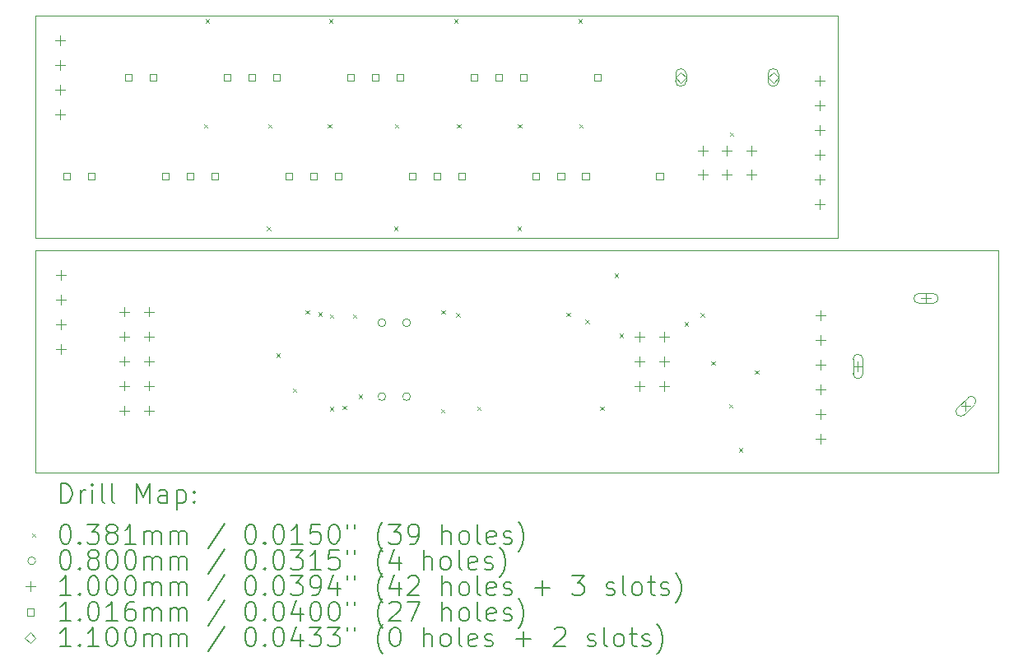
<source format=gbr>
%TF.GenerationSoftware,KiCad,Pcbnew,8.0.2*%
%TF.CreationDate,2025-03-16T16:58:37-07:00*%
%TF.ProjectId,Exits-1U,45786974-732d-4315-952e-6b696361645f,2.1*%
%TF.SameCoordinates,Original*%
%TF.FileFunction,Drillmap*%
%TF.FilePolarity,Positive*%
%FSLAX45Y45*%
G04 Gerber Fmt 4.5, Leading zero omitted, Abs format (unit mm)*
G04 Created by KiCad (PCBNEW 8.0.2) date 2025-03-16 16:58:37*
%MOMM*%
%LPD*%
G01*
G04 APERTURE LIST*
%ADD10C,0.025400*%
%ADD11C,0.200000*%
%ADD12C,0.100000*%
%ADD13C,0.101600*%
%ADD14C,0.110000*%
G04 APERTURE END LIST*
D10*
X5207000Y-10287000D02*
X13462000Y-10287000D01*
X13462000Y-12573000D01*
X5207000Y-12573000D01*
X5207000Y-10287000D01*
X5207000Y-12700000D02*
X15113000Y-12700000D01*
X15113000Y-14986000D01*
X5207000Y-14986000D01*
X5207000Y-12700000D01*
D11*
D12*
X6935470Y-11400790D02*
X6973570Y-11438890D01*
X6973570Y-11400790D02*
X6935470Y-11438890D01*
X6955790Y-10323830D02*
X6993890Y-10361930D01*
X6993890Y-10323830D02*
X6955790Y-10361930D01*
X7585710Y-12457430D02*
X7623810Y-12495530D01*
X7623810Y-12457430D02*
X7585710Y-12495530D01*
X7595870Y-11400790D02*
X7633970Y-11438890D01*
X7633970Y-11400790D02*
X7595870Y-11438890D01*
X7682230Y-13757910D02*
X7720330Y-13796010D01*
X7720330Y-13757910D02*
X7682230Y-13796010D01*
X7849870Y-14118590D02*
X7887970Y-14156690D01*
X7887970Y-14118590D02*
X7849870Y-14156690D01*
X7981950Y-13315950D02*
X8020050Y-13354050D01*
X8020050Y-13315950D02*
X7981950Y-13354050D01*
X8114030Y-13336270D02*
X8152130Y-13374370D01*
X8152130Y-13336270D02*
X8114030Y-13374370D01*
X8210550Y-11400790D02*
X8248650Y-11438890D01*
X8248650Y-11400790D02*
X8210550Y-11438890D01*
X8225790Y-10323830D02*
X8263890Y-10361930D01*
X8263890Y-10323830D02*
X8225790Y-10361930D01*
X8233410Y-13356590D02*
X8271510Y-13394690D01*
X8271510Y-13356590D02*
X8233410Y-13394690D01*
X8233410Y-14311630D02*
X8271510Y-14349730D01*
X8271510Y-14311630D02*
X8233410Y-14349730D01*
X8362950Y-14296390D02*
X8401050Y-14334490D01*
X8401050Y-14296390D02*
X8362950Y-14334490D01*
X8469630Y-13356590D02*
X8507730Y-13394690D01*
X8507730Y-13356590D02*
X8469630Y-13394690D01*
X8530590Y-14184630D02*
X8568690Y-14222730D01*
X8568690Y-14184630D02*
X8530590Y-14222730D01*
X8891270Y-12457430D02*
X8929370Y-12495530D01*
X8929370Y-12457430D02*
X8891270Y-12495530D01*
X8901430Y-11400790D02*
X8939530Y-11438890D01*
X8939530Y-11400790D02*
X8901430Y-11438890D01*
X9373870Y-14331950D02*
X9411970Y-14370050D01*
X9411970Y-14331950D02*
X9373870Y-14370050D01*
X9378950Y-13315950D02*
X9417050Y-13354050D01*
X9417050Y-13315950D02*
X9378950Y-13354050D01*
X9511030Y-10323830D02*
X9549130Y-10361930D01*
X9549130Y-10323830D02*
X9511030Y-10361930D01*
X9531350Y-13346430D02*
X9569450Y-13384530D01*
X9569450Y-13346430D02*
X9531350Y-13384530D01*
X9541510Y-11400790D02*
X9579610Y-11438890D01*
X9579610Y-11400790D02*
X9541510Y-11438890D01*
X9749790Y-14306550D02*
X9787890Y-14344650D01*
X9787890Y-14306550D02*
X9749790Y-14344650D01*
X10161270Y-12457430D02*
X10199370Y-12495530D01*
X10199370Y-12457430D02*
X10161270Y-12495530D01*
X10166350Y-11400790D02*
X10204450Y-11438890D01*
X10204450Y-11400790D02*
X10166350Y-11438890D01*
X10666340Y-13341350D02*
X10704440Y-13379450D01*
X10704440Y-13341350D02*
X10666340Y-13379450D01*
X10791190Y-10323830D02*
X10829290Y-10361930D01*
X10829290Y-10323830D02*
X10791190Y-10361930D01*
X10796270Y-11400790D02*
X10834370Y-11438890D01*
X10834370Y-11400790D02*
X10796270Y-11438890D01*
X10862108Y-13412268D02*
X10900208Y-13450368D01*
X10900208Y-13412268D02*
X10862108Y-13450368D01*
X11014710Y-14306550D02*
X11052810Y-14344650D01*
X11052810Y-14306550D02*
X11014710Y-14344650D01*
X11163630Y-12936550D02*
X11201730Y-12974650D01*
X11201730Y-12936550D02*
X11163630Y-12974650D01*
X11213032Y-13554710D02*
X11251132Y-13592810D01*
X11251132Y-13554710D02*
X11213032Y-13592810D01*
X11883390Y-13437870D02*
X11921490Y-13475970D01*
X11921490Y-13437870D02*
X11883390Y-13475970D01*
X12045950Y-13346430D02*
X12084050Y-13384530D01*
X12084050Y-13346430D02*
X12045950Y-13384530D01*
X12157710Y-13839190D02*
X12195810Y-13877290D01*
X12195810Y-13839190D02*
X12157710Y-13877290D01*
X12338440Y-14280075D02*
X12376540Y-14318175D01*
X12376540Y-14280075D02*
X12338440Y-14318175D01*
X12345670Y-11487150D02*
X12383770Y-11525250D01*
X12383770Y-11487150D02*
X12345670Y-11525250D01*
X12442190Y-14733270D02*
X12480290Y-14771370D01*
X12480290Y-14733270D02*
X12442190Y-14771370D01*
X12606020Y-13934440D02*
X12644120Y-13972540D01*
X12644120Y-13934440D02*
X12606020Y-13972540D01*
X8808080Y-13443680D02*
G75*
G02*
X8728080Y-13443680I-40000J0D01*
G01*
X8728080Y-13443680D02*
G75*
G02*
X8808080Y-13443680I40000J0D01*
G01*
X8808080Y-14203680D02*
G75*
G02*
X8728080Y-14203680I-40000J0D01*
G01*
X8728080Y-14203680D02*
G75*
G02*
X8808080Y-14203680I40000J0D01*
G01*
X9062080Y-13443680D02*
G75*
G02*
X8982080Y-13443680I-40000J0D01*
G01*
X8982080Y-13443680D02*
G75*
G02*
X9062080Y-13443680I40000J0D01*
G01*
X9062080Y-14203680D02*
G75*
G02*
X8982080Y-14203680I-40000J0D01*
G01*
X8982080Y-14203680D02*
G75*
G02*
X9062080Y-14203680I40000J0D01*
G01*
X5461000Y-10491000D02*
X5461000Y-10591000D01*
X5411000Y-10541000D02*
X5511000Y-10541000D01*
X5461000Y-10745000D02*
X5461000Y-10845000D01*
X5411000Y-10795000D02*
X5511000Y-10795000D01*
X5461000Y-10999000D02*
X5461000Y-11099000D01*
X5411000Y-11049000D02*
X5511000Y-11049000D01*
X5461000Y-11253000D02*
X5461000Y-11353000D01*
X5411000Y-11303000D02*
X5511000Y-11303000D01*
X5466080Y-12904000D02*
X5466080Y-13004000D01*
X5416080Y-12954000D02*
X5516080Y-12954000D01*
X5466080Y-13158000D02*
X5466080Y-13258000D01*
X5416080Y-13208000D02*
X5516080Y-13208000D01*
X5466080Y-13412000D02*
X5466080Y-13512000D01*
X5416080Y-13462000D02*
X5516080Y-13462000D01*
X5466080Y-13666000D02*
X5466080Y-13766000D01*
X5416080Y-13716000D02*
X5516080Y-13716000D01*
X6121400Y-13279920D02*
X6121400Y-13379920D01*
X6071400Y-13329920D02*
X6171400Y-13329920D01*
X6121400Y-13533920D02*
X6121400Y-13633920D01*
X6071400Y-13583920D02*
X6171400Y-13583920D01*
X6121400Y-13787920D02*
X6121400Y-13887920D01*
X6071400Y-13837920D02*
X6171400Y-13837920D01*
X6121400Y-14041920D02*
X6121400Y-14141920D01*
X6071400Y-14091920D02*
X6171400Y-14091920D01*
X6121400Y-14295920D02*
X6121400Y-14395920D01*
X6071400Y-14345920D02*
X6171400Y-14345920D01*
X6375400Y-13279920D02*
X6375400Y-13379920D01*
X6325400Y-13329920D02*
X6425400Y-13329920D01*
X6375400Y-13533920D02*
X6375400Y-13633920D01*
X6325400Y-13583920D02*
X6425400Y-13583920D01*
X6375400Y-13787920D02*
X6375400Y-13887920D01*
X6325400Y-13837920D02*
X6425400Y-13837920D01*
X6375400Y-14041920D02*
X6375400Y-14141920D01*
X6325400Y-14091920D02*
X6425400Y-14091920D01*
X6375400Y-14295920D02*
X6375400Y-14395920D01*
X6325400Y-14345920D02*
X6425400Y-14345920D01*
X11420340Y-13540500D02*
X11420340Y-13640500D01*
X11370340Y-13590500D02*
X11470340Y-13590500D01*
X11420340Y-13794500D02*
X11420340Y-13894500D01*
X11370340Y-13844500D02*
X11470340Y-13844500D01*
X11420340Y-14048500D02*
X11420340Y-14148500D01*
X11370340Y-14098500D02*
X11470340Y-14098500D01*
X11674340Y-13540500D02*
X11674340Y-13640500D01*
X11624340Y-13590500D02*
X11724340Y-13590500D01*
X11674340Y-13794500D02*
X11674340Y-13894500D01*
X11624340Y-13844500D02*
X11724340Y-13844500D01*
X11674340Y-14048500D02*
X11674340Y-14148500D01*
X11624340Y-14098500D02*
X11724340Y-14098500D01*
X12069000Y-11622000D02*
X12069000Y-11722000D01*
X12019000Y-11672000D02*
X12119000Y-11672000D01*
X12069000Y-11872000D02*
X12069000Y-11972000D01*
X12019000Y-11922000D02*
X12119000Y-11922000D01*
X12319000Y-11622000D02*
X12319000Y-11722000D01*
X12269000Y-11672000D02*
X12369000Y-11672000D01*
X12319000Y-11872000D02*
X12319000Y-11972000D01*
X12269000Y-11922000D02*
X12369000Y-11922000D01*
X12569000Y-11622000D02*
X12569000Y-11722000D01*
X12519000Y-11672000D02*
X12619000Y-11672000D01*
X12569000Y-11872000D02*
X12569000Y-11972000D01*
X12519000Y-11922000D02*
X12619000Y-11922000D01*
X13274040Y-10907560D02*
X13274040Y-11007560D01*
X13224040Y-10957560D02*
X13324040Y-10957560D01*
X13274040Y-11161560D02*
X13274040Y-11261560D01*
X13224040Y-11211560D02*
X13324040Y-11211560D01*
X13274040Y-11415560D02*
X13274040Y-11515560D01*
X13224040Y-11465560D02*
X13324040Y-11465560D01*
X13274040Y-11669560D02*
X13274040Y-11769560D01*
X13224040Y-11719560D02*
X13324040Y-11719560D01*
X13274040Y-11923560D02*
X13274040Y-12023560D01*
X13224040Y-11973560D02*
X13324040Y-11973560D01*
X13274040Y-12177560D02*
X13274040Y-12277560D01*
X13224040Y-12227560D02*
X13324040Y-12227560D01*
X13279120Y-13320560D02*
X13279120Y-13420560D01*
X13229120Y-13370560D02*
X13329120Y-13370560D01*
X13279120Y-13574560D02*
X13279120Y-13674560D01*
X13229120Y-13624560D02*
X13329120Y-13624560D01*
X13279120Y-13828560D02*
X13279120Y-13928560D01*
X13229120Y-13878560D02*
X13329120Y-13878560D01*
X13279120Y-14082560D02*
X13279120Y-14182560D01*
X13229120Y-14132560D02*
X13329120Y-14132560D01*
X13279120Y-14336560D02*
X13279120Y-14436560D01*
X13229120Y-14386560D02*
X13329120Y-14386560D01*
X13279120Y-14590560D02*
X13279120Y-14690560D01*
X13229120Y-14640560D02*
X13329120Y-14640560D01*
X13665440Y-13843000D02*
X13665440Y-13943000D01*
X13615440Y-13893000D02*
X13715440Y-13893000D01*
X13615440Y-13818000D02*
X13615440Y-13968000D01*
X13715440Y-13968000D02*
G75*
G02*
X13615440Y-13968000I-50000J0D01*
G01*
X13715440Y-13968000D02*
X13715440Y-13818000D01*
X13715440Y-13818000D02*
G75*
G03*
X13615440Y-13818000I-50000J0D01*
G01*
X14365440Y-13143000D02*
X14365440Y-13243000D01*
X14315440Y-13193000D02*
X14415440Y-13193000D01*
X14290440Y-13243000D02*
X14440440Y-13243000D01*
X14440440Y-13143000D02*
G75*
G02*
X14440440Y-13243000I0J-50000D01*
G01*
X14440440Y-13143000D02*
X14290440Y-13143000D01*
X14290440Y-13143000D02*
G75*
G03*
X14290440Y-13243000I0J-50000D01*
G01*
X14775040Y-14252600D02*
X14775040Y-14352600D01*
X14725040Y-14302600D02*
X14825040Y-14302600D01*
X14792717Y-14214212D02*
X14686652Y-14320277D01*
X14757363Y-14390988D02*
G75*
G02*
X14686652Y-14320277I-35355J35355D01*
G01*
X14757363Y-14390988D02*
X14863428Y-14284923D01*
X14863428Y-14284923D02*
G75*
G03*
X14792717Y-14214212I-35355J35355D01*
G01*
D13*
X5560421Y-11973921D02*
X5560421Y-11902079D01*
X5488579Y-11902079D01*
X5488579Y-11973921D01*
X5560421Y-11973921D01*
X5814421Y-11973921D02*
X5814421Y-11902079D01*
X5742579Y-11902079D01*
X5742579Y-11973921D01*
X5814421Y-11973921D01*
X6195421Y-10957921D02*
X6195421Y-10886079D01*
X6123579Y-10886079D01*
X6123579Y-10957921D01*
X6195421Y-10957921D01*
X6449421Y-10957921D02*
X6449421Y-10886079D01*
X6377579Y-10886079D01*
X6377579Y-10957921D01*
X6449421Y-10957921D01*
X6576421Y-11973921D02*
X6576421Y-11902079D01*
X6504579Y-11902079D01*
X6504579Y-11973921D01*
X6576421Y-11973921D01*
X6830421Y-11973921D02*
X6830421Y-11902079D01*
X6758579Y-11902079D01*
X6758579Y-11973921D01*
X6830421Y-11973921D01*
X7084421Y-11973921D02*
X7084421Y-11902079D01*
X7012579Y-11902079D01*
X7012579Y-11973921D01*
X7084421Y-11973921D01*
X7211421Y-10957921D02*
X7211421Y-10886079D01*
X7139579Y-10886079D01*
X7139579Y-10957921D01*
X7211421Y-10957921D01*
X7465421Y-10957921D02*
X7465421Y-10886079D01*
X7393579Y-10886079D01*
X7393579Y-10957921D01*
X7465421Y-10957921D01*
X7719421Y-10957921D02*
X7719421Y-10886079D01*
X7647579Y-10886079D01*
X7647579Y-10957921D01*
X7719421Y-10957921D01*
X7846421Y-11973921D02*
X7846421Y-11902079D01*
X7774579Y-11902079D01*
X7774579Y-11973921D01*
X7846421Y-11973921D01*
X8100421Y-11973921D02*
X8100421Y-11902079D01*
X8028579Y-11902079D01*
X8028579Y-11973921D01*
X8100421Y-11973921D01*
X8354421Y-11973921D02*
X8354421Y-11902079D01*
X8282579Y-11902079D01*
X8282579Y-11973921D01*
X8354421Y-11973921D01*
X8481421Y-10957921D02*
X8481421Y-10886079D01*
X8409579Y-10886079D01*
X8409579Y-10957921D01*
X8481421Y-10957921D01*
X8735201Y-10957921D02*
X8735201Y-10886079D01*
X8663359Y-10886079D01*
X8663359Y-10957921D01*
X8735201Y-10957921D01*
X8989201Y-10957921D02*
X8989201Y-10886079D01*
X8917359Y-10886079D01*
X8917359Y-10957921D01*
X8989201Y-10957921D01*
X9116421Y-11973921D02*
X9116421Y-11902079D01*
X9044579Y-11902079D01*
X9044579Y-11973921D01*
X9116421Y-11973921D01*
X9370201Y-11973921D02*
X9370201Y-11902079D01*
X9298359Y-11902079D01*
X9298359Y-11973921D01*
X9370201Y-11973921D01*
X9624201Y-11973921D02*
X9624201Y-11902079D01*
X9552359Y-11902079D01*
X9552359Y-11973921D01*
X9624201Y-11973921D01*
X9751201Y-10957921D02*
X9751201Y-10886079D01*
X9679359Y-10886079D01*
X9679359Y-10957921D01*
X9751201Y-10957921D01*
X10005421Y-10957921D02*
X10005421Y-10886079D01*
X9933579Y-10886079D01*
X9933579Y-10957921D01*
X10005421Y-10957921D01*
X10259421Y-10957921D02*
X10259421Y-10886079D01*
X10187579Y-10886079D01*
X10187579Y-10957921D01*
X10259421Y-10957921D01*
X10386201Y-11973921D02*
X10386201Y-11902079D01*
X10314359Y-11902079D01*
X10314359Y-11973921D01*
X10386201Y-11973921D01*
X10645501Y-11973921D02*
X10645501Y-11902079D01*
X10573659Y-11902079D01*
X10573659Y-11973921D01*
X10645501Y-11973921D01*
X10899501Y-11973921D02*
X10899501Y-11902079D01*
X10827659Y-11902079D01*
X10827659Y-11973921D01*
X10899501Y-11973921D01*
X11021421Y-10957921D02*
X11021421Y-10886079D01*
X10949579Y-10886079D01*
X10949579Y-10957921D01*
X11021421Y-10957921D01*
X11661501Y-11973921D02*
X11661501Y-11902079D01*
X11589659Y-11902079D01*
X11589659Y-11973921D01*
X11661501Y-11973921D01*
D14*
X11844000Y-10977000D02*
X11899000Y-10922000D01*
X11844000Y-10867000D01*
X11789000Y-10922000D01*
X11844000Y-10977000D01*
D12*
X11899000Y-10957000D02*
X11899000Y-10887000D01*
X11789000Y-10887000D02*
G75*
G02*
X11899000Y-10887000I55000J0D01*
G01*
X11789000Y-10887000D02*
X11789000Y-10957000D01*
X11789000Y-10957000D02*
G75*
G03*
X11899000Y-10957000I55000J0D01*
G01*
D14*
X12794000Y-10977000D02*
X12849000Y-10922000D01*
X12794000Y-10867000D01*
X12739000Y-10922000D01*
X12794000Y-10977000D01*
D12*
X12849000Y-10957000D02*
X12849000Y-10887000D01*
X12739000Y-10887000D02*
G75*
G02*
X12849000Y-10887000I55000J0D01*
G01*
X12739000Y-10887000D02*
X12739000Y-10957000D01*
X12739000Y-10957000D02*
G75*
G03*
X12849000Y-10957000I55000J0D01*
G01*
D11*
X5466507Y-15298754D02*
X5466507Y-15098754D01*
X5466507Y-15098754D02*
X5514126Y-15098754D01*
X5514126Y-15098754D02*
X5542697Y-15108278D01*
X5542697Y-15108278D02*
X5561745Y-15127325D01*
X5561745Y-15127325D02*
X5571269Y-15146373D01*
X5571269Y-15146373D02*
X5580793Y-15184468D01*
X5580793Y-15184468D02*
X5580793Y-15213039D01*
X5580793Y-15213039D02*
X5571269Y-15251135D01*
X5571269Y-15251135D02*
X5561745Y-15270182D01*
X5561745Y-15270182D02*
X5542697Y-15289230D01*
X5542697Y-15289230D02*
X5514126Y-15298754D01*
X5514126Y-15298754D02*
X5466507Y-15298754D01*
X5666507Y-15298754D02*
X5666507Y-15165420D01*
X5666507Y-15203516D02*
X5676031Y-15184468D01*
X5676031Y-15184468D02*
X5685554Y-15174944D01*
X5685554Y-15174944D02*
X5704602Y-15165420D01*
X5704602Y-15165420D02*
X5723650Y-15165420D01*
X5790316Y-15298754D02*
X5790316Y-15165420D01*
X5790316Y-15098754D02*
X5780792Y-15108278D01*
X5780792Y-15108278D02*
X5790316Y-15117801D01*
X5790316Y-15117801D02*
X5799840Y-15108278D01*
X5799840Y-15108278D02*
X5790316Y-15098754D01*
X5790316Y-15098754D02*
X5790316Y-15117801D01*
X5914126Y-15298754D02*
X5895078Y-15289230D01*
X5895078Y-15289230D02*
X5885554Y-15270182D01*
X5885554Y-15270182D02*
X5885554Y-15098754D01*
X6018888Y-15298754D02*
X5999840Y-15289230D01*
X5999840Y-15289230D02*
X5990316Y-15270182D01*
X5990316Y-15270182D02*
X5990316Y-15098754D01*
X6247459Y-15298754D02*
X6247459Y-15098754D01*
X6247459Y-15098754D02*
X6314126Y-15241611D01*
X6314126Y-15241611D02*
X6380792Y-15098754D01*
X6380792Y-15098754D02*
X6380792Y-15298754D01*
X6561745Y-15298754D02*
X6561745Y-15193992D01*
X6561745Y-15193992D02*
X6552221Y-15174944D01*
X6552221Y-15174944D02*
X6533173Y-15165420D01*
X6533173Y-15165420D02*
X6495078Y-15165420D01*
X6495078Y-15165420D02*
X6476031Y-15174944D01*
X6561745Y-15289230D02*
X6542697Y-15298754D01*
X6542697Y-15298754D02*
X6495078Y-15298754D01*
X6495078Y-15298754D02*
X6476031Y-15289230D01*
X6476031Y-15289230D02*
X6466507Y-15270182D01*
X6466507Y-15270182D02*
X6466507Y-15251135D01*
X6466507Y-15251135D02*
X6476031Y-15232087D01*
X6476031Y-15232087D02*
X6495078Y-15222563D01*
X6495078Y-15222563D02*
X6542697Y-15222563D01*
X6542697Y-15222563D02*
X6561745Y-15213039D01*
X6656983Y-15165420D02*
X6656983Y-15365420D01*
X6656983Y-15174944D02*
X6676031Y-15165420D01*
X6676031Y-15165420D02*
X6714126Y-15165420D01*
X6714126Y-15165420D02*
X6733173Y-15174944D01*
X6733173Y-15174944D02*
X6742697Y-15184468D01*
X6742697Y-15184468D02*
X6752221Y-15203516D01*
X6752221Y-15203516D02*
X6752221Y-15260658D01*
X6752221Y-15260658D02*
X6742697Y-15279706D01*
X6742697Y-15279706D02*
X6733173Y-15289230D01*
X6733173Y-15289230D02*
X6714126Y-15298754D01*
X6714126Y-15298754D02*
X6676031Y-15298754D01*
X6676031Y-15298754D02*
X6656983Y-15289230D01*
X6837935Y-15279706D02*
X6847459Y-15289230D01*
X6847459Y-15289230D02*
X6837935Y-15298754D01*
X6837935Y-15298754D02*
X6828412Y-15289230D01*
X6828412Y-15289230D02*
X6837935Y-15279706D01*
X6837935Y-15279706D02*
X6837935Y-15298754D01*
X6837935Y-15174944D02*
X6847459Y-15184468D01*
X6847459Y-15184468D02*
X6837935Y-15193992D01*
X6837935Y-15193992D02*
X6828412Y-15184468D01*
X6828412Y-15184468D02*
X6837935Y-15174944D01*
X6837935Y-15174944D02*
X6837935Y-15193992D01*
D12*
X5167630Y-15608220D02*
X5205730Y-15646320D01*
X5205730Y-15608220D02*
X5167630Y-15646320D01*
D11*
X5504602Y-15518754D02*
X5523650Y-15518754D01*
X5523650Y-15518754D02*
X5542697Y-15528278D01*
X5542697Y-15528278D02*
X5552221Y-15537801D01*
X5552221Y-15537801D02*
X5561745Y-15556849D01*
X5561745Y-15556849D02*
X5571269Y-15594944D01*
X5571269Y-15594944D02*
X5571269Y-15642563D01*
X5571269Y-15642563D02*
X5561745Y-15680658D01*
X5561745Y-15680658D02*
X5552221Y-15699706D01*
X5552221Y-15699706D02*
X5542697Y-15709230D01*
X5542697Y-15709230D02*
X5523650Y-15718754D01*
X5523650Y-15718754D02*
X5504602Y-15718754D01*
X5504602Y-15718754D02*
X5485554Y-15709230D01*
X5485554Y-15709230D02*
X5476031Y-15699706D01*
X5476031Y-15699706D02*
X5466507Y-15680658D01*
X5466507Y-15680658D02*
X5456983Y-15642563D01*
X5456983Y-15642563D02*
X5456983Y-15594944D01*
X5456983Y-15594944D02*
X5466507Y-15556849D01*
X5466507Y-15556849D02*
X5476031Y-15537801D01*
X5476031Y-15537801D02*
X5485554Y-15528278D01*
X5485554Y-15528278D02*
X5504602Y-15518754D01*
X5656983Y-15699706D02*
X5666507Y-15709230D01*
X5666507Y-15709230D02*
X5656983Y-15718754D01*
X5656983Y-15718754D02*
X5647459Y-15709230D01*
X5647459Y-15709230D02*
X5656983Y-15699706D01*
X5656983Y-15699706D02*
X5656983Y-15718754D01*
X5733173Y-15518754D02*
X5856983Y-15518754D01*
X5856983Y-15518754D02*
X5790316Y-15594944D01*
X5790316Y-15594944D02*
X5818888Y-15594944D01*
X5818888Y-15594944D02*
X5837935Y-15604468D01*
X5837935Y-15604468D02*
X5847459Y-15613992D01*
X5847459Y-15613992D02*
X5856983Y-15633039D01*
X5856983Y-15633039D02*
X5856983Y-15680658D01*
X5856983Y-15680658D02*
X5847459Y-15699706D01*
X5847459Y-15699706D02*
X5837935Y-15709230D01*
X5837935Y-15709230D02*
X5818888Y-15718754D01*
X5818888Y-15718754D02*
X5761745Y-15718754D01*
X5761745Y-15718754D02*
X5742697Y-15709230D01*
X5742697Y-15709230D02*
X5733173Y-15699706D01*
X5971269Y-15604468D02*
X5952221Y-15594944D01*
X5952221Y-15594944D02*
X5942697Y-15585420D01*
X5942697Y-15585420D02*
X5933173Y-15566373D01*
X5933173Y-15566373D02*
X5933173Y-15556849D01*
X5933173Y-15556849D02*
X5942697Y-15537801D01*
X5942697Y-15537801D02*
X5952221Y-15528278D01*
X5952221Y-15528278D02*
X5971269Y-15518754D01*
X5971269Y-15518754D02*
X6009364Y-15518754D01*
X6009364Y-15518754D02*
X6028412Y-15528278D01*
X6028412Y-15528278D02*
X6037935Y-15537801D01*
X6037935Y-15537801D02*
X6047459Y-15556849D01*
X6047459Y-15556849D02*
X6047459Y-15566373D01*
X6047459Y-15566373D02*
X6037935Y-15585420D01*
X6037935Y-15585420D02*
X6028412Y-15594944D01*
X6028412Y-15594944D02*
X6009364Y-15604468D01*
X6009364Y-15604468D02*
X5971269Y-15604468D01*
X5971269Y-15604468D02*
X5952221Y-15613992D01*
X5952221Y-15613992D02*
X5942697Y-15623516D01*
X5942697Y-15623516D02*
X5933173Y-15642563D01*
X5933173Y-15642563D02*
X5933173Y-15680658D01*
X5933173Y-15680658D02*
X5942697Y-15699706D01*
X5942697Y-15699706D02*
X5952221Y-15709230D01*
X5952221Y-15709230D02*
X5971269Y-15718754D01*
X5971269Y-15718754D02*
X6009364Y-15718754D01*
X6009364Y-15718754D02*
X6028412Y-15709230D01*
X6028412Y-15709230D02*
X6037935Y-15699706D01*
X6037935Y-15699706D02*
X6047459Y-15680658D01*
X6047459Y-15680658D02*
X6047459Y-15642563D01*
X6047459Y-15642563D02*
X6037935Y-15623516D01*
X6037935Y-15623516D02*
X6028412Y-15613992D01*
X6028412Y-15613992D02*
X6009364Y-15604468D01*
X6237935Y-15718754D02*
X6123650Y-15718754D01*
X6180792Y-15718754D02*
X6180792Y-15518754D01*
X6180792Y-15518754D02*
X6161745Y-15547325D01*
X6161745Y-15547325D02*
X6142697Y-15566373D01*
X6142697Y-15566373D02*
X6123650Y-15575897D01*
X6323650Y-15718754D02*
X6323650Y-15585420D01*
X6323650Y-15604468D02*
X6333173Y-15594944D01*
X6333173Y-15594944D02*
X6352221Y-15585420D01*
X6352221Y-15585420D02*
X6380793Y-15585420D01*
X6380793Y-15585420D02*
X6399840Y-15594944D01*
X6399840Y-15594944D02*
X6409364Y-15613992D01*
X6409364Y-15613992D02*
X6409364Y-15718754D01*
X6409364Y-15613992D02*
X6418888Y-15594944D01*
X6418888Y-15594944D02*
X6437935Y-15585420D01*
X6437935Y-15585420D02*
X6466507Y-15585420D01*
X6466507Y-15585420D02*
X6485554Y-15594944D01*
X6485554Y-15594944D02*
X6495078Y-15613992D01*
X6495078Y-15613992D02*
X6495078Y-15718754D01*
X6590316Y-15718754D02*
X6590316Y-15585420D01*
X6590316Y-15604468D02*
X6599840Y-15594944D01*
X6599840Y-15594944D02*
X6618888Y-15585420D01*
X6618888Y-15585420D02*
X6647459Y-15585420D01*
X6647459Y-15585420D02*
X6666507Y-15594944D01*
X6666507Y-15594944D02*
X6676031Y-15613992D01*
X6676031Y-15613992D02*
X6676031Y-15718754D01*
X6676031Y-15613992D02*
X6685554Y-15594944D01*
X6685554Y-15594944D02*
X6704602Y-15585420D01*
X6704602Y-15585420D02*
X6733173Y-15585420D01*
X6733173Y-15585420D02*
X6752221Y-15594944D01*
X6752221Y-15594944D02*
X6761745Y-15613992D01*
X6761745Y-15613992D02*
X6761745Y-15718754D01*
X7152221Y-15509230D02*
X6980793Y-15766373D01*
X7409364Y-15518754D02*
X7428412Y-15518754D01*
X7428412Y-15518754D02*
X7447459Y-15528278D01*
X7447459Y-15528278D02*
X7456983Y-15537801D01*
X7456983Y-15537801D02*
X7466507Y-15556849D01*
X7466507Y-15556849D02*
X7476031Y-15594944D01*
X7476031Y-15594944D02*
X7476031Y-15642563D01*
X7476031Y-15642563D02*
X7466507Y-15680658D01*
X7466507Y-15680658D02*
X7456983Y-15699706D01*
X7456983Y-15699706D02*
X7447459Y-15709230D01*
X7447459Y-15709230D02*
X7428412Y-15718754D01*
X7428412Y-15718754D02*
X7409364Y-15718754D01*
X7409364Y-15718754D02*
X7390316Y-15709230D01*
X7390316Y-15709230D02*
X7380793Y-15699706D01*
X7380793Y-15699706D02*
X7371269Y-15680658D01*
X7371269Y-15680658D02*
X7361745Y-15642563D01*
X7361745Y-15642563D02*
X7361745Y-15594944D01*
X7361745Y-15594944D02*
X7371269Y-15556849D01*
X7371269Y-15556849D02*
X7380793Y-15537801D01*
X7380793Y-15537801D02*
X7390316Y-15528278D01*
X7390316Y-15528278D02*
X7409364Y-15518754D01*
X7561745Y-15699706D02*
X7571269Y-15709230D01*
X7571269Y-15709230D02*
X7561745Y-15718754D01*
X7561745Y-15718754D02*
X7552221Y-15709230D01*
X7552221Y-15709230D02*
X7561745Y-15699706D01*
X7561745Y-15699706D02*
X7561745Y-15718754D01*
X7695078Y-15518754D02*
X7714126Y-15518754D01*
X7714126Y-15518754D02*
X7733174Y-15528278D01*
X7733174Y-15528278D02*
X7742697Y-15537801D01*
X7742697Y-15537801D02*
X7752221Y-15556849D01*
X7752221Y-15556849D02*
X7761745Y-15594944D01*
X7761745Y-15594944D02*
X7761745Y-15642563D01*
X7761745Y-15642563D02*
X7752221Y-15680658D01*
X7752221Y-15680658D02*
X7742697Y-15699706D01*
X7742697Y-15699706D02*
X7733174Y-15709230D01*
X7733174Y-15709230D02*
X7714126Y-15718754D01*
X7714126Y-15718754D02*
X7695078Y-15718754D01*
X7695078Y-15718754D02*
X7676031Y-15709230D01*
X7676031Y-15709230D02*
X7666507Y-15699706D01*
X7666507Y-15699706D02*
X7656983Y-15680658D01*
X7656983Y-15680658D02*
X7647459Y-15642563D01*
X7647459Y-15642563D02*
X7647459Y-15594944D01*
X7647459Y-15594944D02*
X7656983Y-15556849D01*
X7656983Y-15556849D02*
X7666507Y-15537801D01*
X7666507Y-15537801D02*
X7676031Y-15528278D01*
X7676031Y-15528278D02*
X7695078Y-15518754D01*
X7952221Y-15718754D02*
X7837936Y-15718754D01*
X7895078Y-15718754D02*
X7895078Y-15518754D01*
X7895078Y-15518754D02*
X7876031Y-15547325D01*
X7876031Y-15547325D02*
X7856983Y-15566373D01*
X7856983Y-15566373D02*
X7837936Y-15575897D01*
X8133174Y-15518754D02*
X8037936Y-15518754D01*
X8037936Y-15518754D02*
X8028412Y-15613992D01*
X8028412Y-15613992D02*
X8037936Y-15604468D01*
X8037936Y-15604468D02*
X8056983Y-15594944D01*
X8056983Y-15594944D02*
X8104602Y-15594944D01*
X8104602Y-15594944D02*
X8123650Y-15604468D01*
X8123650Y-15604468D02*
X8133174Y-15613992D01*
X8133174Y-15613992D02*
X8142697Y-15633039D01*
X8142697Y-15633039D02*
X8142697Y-15680658D01*
X8142697Y-15680658D02*
X8133174Y-15699706D01*
X8133174Y-15699706D02*
X8123650Y-15709230D01*
X8123650Y-15709230D02*
X8104602Y-15718754D01*
X8104602Y-15718754D02*
X8056983Y-15718754D01*
X8056983Y-15718754D02*
X8037936Y-15709230D01*
X8037936Y-15709230D02*
X8028412Y-15699706D01*
X8266507Y-15518754D02*
X8285555Y-15518754D01*
X8285555Y-15518754D02*
X8304602Y-15528278D01*
X8304602Y-15528278D02*
X8314126Y-15537801D01*
X8314126Y-15537801D02*
X8323650Y-15556849D01*
X8323650Y-15556849D02*
X8333174Y-15594944D01*
X8333174Y-15594944D02*
X8333174Y-15642563D01*
X8333174Y-15642563D02*
X8323650Y-15680658D01*
X8323650Y-15680658D02*
X8314126Y-15699706D01*
X8314126Y-15699706D02*
X8304602Y-15709230D01*
X8304602Y-15709230D02*
X8285555Y-15718754D01*
X8285555Y-15718754D02*
X8266507Y-15718754D01*
X8266507Y-15718754D02*
X8247459Y-15709230D01*
X8247459Y-15709230D02*
X8237936Y-15699706D01*
X8237936Y-15699706D02*
X8228412Y-15680658D01*
X8228412Y-15680658D02*
X8218888Y-15642563D01*
X8218888Y-15642563D02*
X8218888Y-15594944D01*
X8218888Y-15594944D02*
X8228412Y-15556849D01*
X8228412Y-15556849D02*
X8237936Y-15537801D01*
X8237936Y-15537801D02*
X8247459Y-15528278D01*
X8247459Y-15528278D02*
X8266507Y-15518754D01*
X8409364Y-15518754D02*
X8409364Y-15556849D01*
X8485555Y-15518754D02*
X8485555Y-15556849D01*
X8780793Y-15794944D02*
X8771269Y-15785420D01*
X8771269Y-15785420D02*
X8752221Y-15756849D01*
X8752221Y-15756849D02*
X8742698Y-15737801D01*
X8742698Y-15737801D02*
X8733174Y-15709230D01*
X8733174Y-15709230D02*
X8723650Y-15661611D01*
X8723650Y-15661611D02*
X8723650Y-15623516D01*
X8723650Y-15623516D02*
X8733174Y-15575897D01*
X8733174Y-15575897D02*
X8742698Y-15547325D01*
X8742698Y-15547325D02*
X8752221Y-15528278D01*
X8752221Y-15528278D02*
X8771269Y-15499706D01*
X8771269Y-15499706D02*
X8780793Y-15490182D01*
X8837936Y-15518754D02*
X8961745Y-15518754D01*
X8961745Y-15518754D02*
X8895079Y-15594944D01*
X8895079Y-15594944D02*
X8923650Y-15594944D01*
X8923650Y-15594944D02*
X8942698Y-15604468D01*
X8942698Y-15604468D02*
X8952221Y-15613992D01*
X8952221Y-15613992D02*
X8961745Y-15633039D01*
X8961745Y-15633039D02*
X8961745Y-15680658D01*
X8961745Y-15680658D02*
X8952221Y-15699706D01*
X8952221Y-15699706D02*
X8942698Y-15709230D01*
X8942698Y-15709230D02*
X8923650Y-15718754D01*
X8923650Y-15718754D02*
X8866507Y-15718754D01*
X8866507Y-15718754D02*
X8847460Y-15709230D01*
X8847460Y-15709230D02*
X8837936Y-15699706D01*
X9056983Y-15718754D02*
X9095079Y-15718754D01*
X9095079Y-15718754D02*
X9114126Y-15709230D01*
X9114126Y-15709230D02*
X9123650Y-15699706D01*
X9123650Y-15699706D02*
X9142698Y-15671135D01*
X9142698Y-15671135D02*
X9152221Y-15633039D01*
X9152221Y-15633039D02*
X9152221Y-15556849D01*
X9152221Y-15556849D02*
X9142698Y-15537801D01*
X9142698Y-15537801D02*
X9133174Y-15528278D01*
X9133174Y-15528278D02*
X9114126Y-15518754D01*
X9114126Y-15518754D02*
X9076031Y-15518754D01*
X9076031Y-15518754D02*
X9056983Y-15528278D01*
X9056983Y-15528278D02*
X9047460Y-15537801D01*
X9047460Y-15537801D02*
X9037936Y-15556849D01*
X9037936Y-15556849D02*
X9037936Y-15604468D01*
X9037936Y-15604468D02*
X9047460Y-15623516D01*
X9047460Y-15623516D02*
X9056983Y-15633039D01*
X9056983Y-15633039D02*
X9076031Y-15642563D01*
X9076031Y-15642563D02*
X9114126Y-15642563D01*
X9114126Y-15642563D02*
X9133174Y-15633039D01*
X9133174Y-15633039D02*
X9142698Y-15623516D01*
X9142698Y-15623516D02*
X9152221Y-15604468D01*
X9390317Y-15718754D02*
X9390317Y-15518754D01*
X9476031Y-15718754D02*
X9476031Y-15613992D01*
X9476031Y-15613992D02*
X9466507Y-15594944D01*
X9466507Y-15594944D02*
X9447460Y-15585420D01*
X9447460Y-15585420D02*
X9418888Y-15585420D01*
X9418888Y-15585420D02*
X9399841Y-15594944D01*
X9399841Y-15594944D02*
X9390317Y-15604468D01*
X9599841Y-15718754D02*
X9580793Y-15709230D01*
X9580793Y-15709230D02*
X9571269Y-15699706D01*
X9571269Y-15699706D02*
X9561745Y-15680658D01*
X9561745Y-15680658D02*
X9561745Y-15623516D01*
X9561745Y-15623516D02*
X9571269Y-15604468D01*
X9571269Y-15604468D02*
X9580793Y-15594944D01*
X9580793Y-15594944D02*
X9599841Y-15585420D01*
X9599841Y-15585420D02*
X9628412Y-15585420D01*
X9628412Y-15585420D02*
X9647460Y-15594944D01*
X9647460Y-15594944D02*
X9656983Y-15604468D01*
X9656983Y-15604468D02*
X9666507Y-15623516D01*
X9666507Y-15623516D02*
X9666507Y-15680658D01*
X9666507Y-15680658D02*
X9656983Y-15699706D01*
X9656983Y-15699706D02*
X9647460Y-15709230D01*
X9647460Y-15709230D02*
X9628412Y-15718754D01*
X9628412Y-15718754D02*
X9599841Y-15718754D01*
X9780793Y-15718754D02*
X9761745Y-15709230D01*
X9761745Y-15709230D02*
X9752222Y-15690182D01*
X9752222Y-15690182D02*
X9752222Y-15518754D01*
X9933174Y-15709230D02*
X9914126Y-15718754D01*
X9914126Y-15718754D02*
X9876031Y-15718754D01*
X9876031Y-15718754D02*
X9856983Y-15709230D01*
X9856983Y-15709230D02*
X9847460Y-15690182D01*
X9847460Y-15690182D02*
X9847460Y-15613992D01*
X9847460Y-15613992D02*
X9856983Y-15594944D01*
X9856983Y-15594944D02*
X9876031Y-15585420D01*
X9876031Y-15585420D02*
X9914126Y-15585420D01*
X9914126Y-15585420D02*
X9933174Y-15594944D01*
X9933174Y-15594944D02*
X9942698Y-15613992D01*
X9942698Y-15613992D02*
X9942698Y-15633039D01*
X9942698Y-15633039D02*
X9847460Y-15652087D01*
X10018888Y-15709230D02*
X10037936Y-15718754D01*
X10037936Y-15718754D02*
X10076031Y-15718754D01*
X10076031Y-15718754D02*
X10095079Y-15709230D01*
X10095079Y-15709230D02*
X10104603Y-15690182D01*
X10104603Y-15690182D02*
X10104603Y-15680658D01*
X10104603Y-15680658D02*
X10095079Y-15661611D01*
X10095079Y-15661611D02*
X10076031Y-15652087D01*
X10076031Y-15652087D02*
X10047460Y-15652087D01*
X10047460Y-15652087D02*
X10028412Y-15642563D01*
X10028412Y-15642563D02*
X10018888Y-15623516D01*
X10018888Y-15623516D02*
X10018888Y-15613992D01*
X10018888Y-15613992D02*
X10028412Y-15594944D01*
X10028412Y-15594944D02*
X10047460Y-15585420D01*
X10047460Y-15585420D02*
X10076031Y-15585420D01*
X10076031Y-15585420D02*
X10095079Y-15594944D01*
X10171269Y-15794944D02*
X10180793Y-15785420D01*
X10180793Y-15785420D02*
X10199841Y-15756849D01*
X10199841Y-15756849D02*
X10209364Y-15737801D01*
X10209364Y-15737801D02*
X10218888Y-15709230D01*
X10218888Y-15709230D02*
X10228412Y-15661611D01*
X10228412Y-15661611D02*
X10228412Y-15623516D01*
X10228412Y-15623516D02*
X10218888Y-15575897D01*
X10218888Y-15575897D02*
X10209364Y-15547325D01*
X10209364Y-15547325D02*
X10199841Y-15528278D01*
X10199841Y-15528278D02*
X10180793Y-15499706D01*
X10180793Y-15499706D02*
X10171269Y-15490182D01*
D12*
X5205730Y-15891270D02*
G75*
G02*
X5125730Y-15891270I-40000J0D01*
G01*
X5125730Y-15891270D02*
G75*
G02*
X5205730Y-15891270I40000J0D01*
G01*
D11*
X5504602Y-15782754D02*
X5523650Y-15782754D01*
X5523650Y-15782754D02*
X5542697Y-15792278D01*
X5542697Y-15792278D02*
X5552221Y-15801801D01*
X5552221Y-15801801D02*
X5561745Y-15820849D01*
X5561745Y-15820849D02*
X5571269Y-15858944D01*
X5571269Y-15858944D02*
X5571269Y-15906563D01*
X5571269Y-15906563D02*
X5561745Y-15944658D01*
X5561745Y-15944658D02*
X5552221Y-15963706D01*
X5552221Y-15963706D02*
X5542697Y-15973230D01*
X5542697Y-15973230D02*
X5523650Y-15982754D01*
X5523650Y-15982754D02*
X5504602Y-15982754D01*
X5504602Y-15982754D02*
X5485554Y-15973230D01*
X5485554Y-15973230D02*
X5476031Y-15963706D01*
X5476031Y-15963706D02*
X5466507Y-15944658D01*
X5466507Y-15944658D02*
X5456983Y-15906563D01*
X5456983Y-15906563D02*
X5456983Y-15858944D01*
X5456983Y-15858944D02*
X5466507Y-15820849D01*
X5466507Y-15820849D02*
X5476031Y-15801801D01*
X5476031Y-15801801D02*
X5485554Y-15792278D01*
X5485554Y-15792278D02*
X5504602Y-15782754D01*
X5656983Y-15963706D02*
X5666507Y-15973230D01*
X5666507Y-15973230D02*
X5656983Y-15982754D01*
X5656983Y-15982754D02*
X5647459Y-15973230D01*
X5647459Y-15973230D02*
X5656983Y-15963706D01*
X5656983Y-15963706D02*
X5656983Y-15982754D01*
X5780792Y-15868468D02*
X5761745Y-15858944D01*
X5761745Y-15858944D02*
X5752221Y-15849420D01*
X5752221Y-15849420D02*
X5742697Y-15830373D01*
X5742697Y-15830373D02*
X5742697Y-15820849D01*
X5742697Y-15820849D02*
X5752221Y-15801801D01*
X5752221Y-15801801D02*
X5761745Y-15792278D01*
X5761745Y-15792278D02*
X5780792Y-15782754D01*
X5780792Y-15782754D02*
X5818888Y-15782754D01*
X5818888Y-15782754D02*
X5837935Y-15792278D01*
X5837935Y-15792278D02*
X5847459Y-15801801D01*
X5847459Y-15801801D02*
X5856983Y-15820849D01*
X5856983Y-15820849D02*
X5856983Y-15830373D01*
X5856983Y-15830373D02*
X5847459Y-15849420D01*
X5847459Y-15849420D02*
X5837935Y-15858944D01*
X5837935Y-15858944D02*
X5818888Y-15868468D01*
X5818888Y-15868468D02*
X5780792Y-15868468D01*
X5780792Y-15868468D02*
X5761745Y-15877992D01*
X5761745Y-15877992D02*
X5752221Y-15887516D01*
X5752221Y-15887516D02*
X5742697Y-15906563D01*
X5742697Y-15906563D02*
X5742697Y-15944658D01*
X5742697Y-15944658D02*
X5752221Y-15963706D01*
X5752221Y-15963706D02*
X5761745Y-15973230D01*
X5761745Y-15973230D02*
X5780792Y-15982754D01*
X5780792Y-15982754D02*
X5818888Y-15982754D01*
X5818888Y-15982754D02*
X5837935Y-15973230D01*
X5837935Y-15973230D02*
X5847459Y-15963706D01*
X5847459Y-15963706D02*
X5856983Y-15944658D01*
X5856983Y-15944658D02*
X5856983Y-15906563D01*
X5856983Y-15906563D02*
X5847459Y-15887516D01*
X5847459Y-15887516D02*
X5837935Y-15877992D01*
X5837935Y-15877992D02*
X5818888Y-15868468D01*
X5980792Y-15782754D02*
X5999840Y-15782754D01*
X5999840Y-15782754D02*
X6018888Y-15792278D01*
X6018888Y-15792278D02*
X6028412Y-15801801D01*
X6028412Y-15801801D02*
X6037935Y-15820849D01*
X6037935Y-15820849D02*
X6047459Y-15858944D01*
X6047459Y-15858944D02*
X6047459Y-15906563D01*
X6047459Y-15906563D02*
X6037935Y-15944658D01*
X6037935Y-15944658D02*
X6028412Y-15963706D01*
X6028412Y-15963706D02*
X6018888Y-15973230D01*
X6018888Y-15973230D02*
X5999840Y-15982754D01*
X5999840Y-15982754D02*
X5980792Y-15982754D01*
X5980792Y-15982754D02*
X5961745Y-15973230D01*
X5961745Y-15973230D02*
X5952221Y-15963706D01*
X5952221Y-15963706D02*
X5942697Y-15944658D01*
X5942697Y-15944658D02*
X5933173Y-15906563D01*
X5933173Y-15906563D02*
X5933173Y-15858944D01*
X5933173Y-15858944D02*
X5942697Y-15820849D01*
X5942697Y-15820849D02*
X5952221Y-15801801D01*
X5952221Y-15801801D02*
X5961745Y-15792278D01*
X5961745Y-15792278D02*
X5980792Y-15782754D01*
X6171269Y-15782754D02*
X6190316Y-15782754D01*
X6190316Y-15782754D02*
X6209364Y-15792278D01*
X6209364Y-15792278D02*
X6218888Y-15801801D01*
X6218888Y-15801801D02*
X6228412Y-15820849D01*
X6228412Y-15820849D02*
X6237935Y-15858944D01*
X6237935Y-15858944D02*
X6237935Y-15906563D01*
X6237935Y-15906563D02*
X6228412Y-15944658D01*
X6228412Y-15944658D02*
X6218888Y-15963706D01*
X6218888Y-15963706D02*
X6209364Y-15973230D01*
X6209364Y-15973230D02*
X6190316Y-15982754D01*
X6190316Y-15982754D02*
X6171269Y-15982754D01*
X6171269Y-15982754D02*
X6152221Y-15973230D01*
X6152221Y-15973230D02*
X6142697Y-15963706D01*
X6142697Y-15963706D02*
X6133173Y-15944658D01*
X6133173Y-15944658D02*
X6123650Y-15906563D01*
X6123650Y-15906563D02*
X6123650Y-15858944D01*
X6123650Y-15858944D02*
X6133173Y-15820849D01*
X6133173Y-15820849D02*
X6142697Y-15801801D01*
X6142697Y-15801801D02*
X6152221Y-15792278D01*
X6152221Y-15792278D02*
X6171269Y-15782754D01*
X6323650Y-15982754D02*
X6323650Y-15849420D01*
X6323650Y-15868468D02*
X6333173Y-15858944D01*
X6333173Y-15858944D02*
X6352221Y-15849420D01*
X6352221Y-15849420D02*
X6380793Y-15849420D01*
X6380793Y-15849420D02*
X6399840Y-15858944D01*
X6399840Y-15858944D02*
X6409364Y-15877992D01*
X6409364Y-15877992D02*
X6409364Y-15982754D01*
X6409364Y-15877992D02*
X6418888Y-15858944D01*
X6418888Y-15858944D02*
X6437935Y-15849420D01*
X6437935Y-15849420D02*
X6466507Y-15849420D01*
X6466507Y-15849420D02*
X6485554Y-15858944D01*
X6485554Y-15858944D02*
X6495078Y-15877992D01*
X6495078Y-15877992D02*
X6495078Y-15982754D01*
X6590316Y-15982754D02*
X6590316Y-15849420D01*
X6590316Y-15868468D02*
X6599840Y-15858944D01*
X6599840Y-15858944D02*
X6618888Y-15849420D01*
X6618888Y-15849420D02*
X6647459Y-15849420D01*
X6647459Y-15849420D02*
X6666507Y-15858944D01*
X6666507Y-15858944D02*
X6676031Y-15877992D01*
X6676031Y-15877992D02*
X6676031Y-15982754D01*
X6676031Y-15877992D02*
X6685554Y-15858944D01*
X6685554Y-15858944D02*
X6704602Y-15849420D01*
X6704602Y-15849420D02*
X6733173Y-15849420D01*
X6733173Y-15849420D02*
X6752221Y-15858944D01*
X6752221Y-15858944D02*
X6761745Y-15877992D01*
X6761745Y-15877992D02*
X6761745Y-15982754D01*
X7152221Y-15773230D02*
X6980793Y-16030373D01*
X7409364Y-15782754D02*
X7428412Y-15782754D01*
X7428412Y-15782754D02*
X7447459Y-15792278D01*
X7447459Y-15792278D02*
X7456983Y-15801801D01*
X7456983Y-15801801D02*
X7466507Y-15820849D01*
X7466507Y-15820849D02*
X7476031Y-15858944D01*
X7476031Y-15858944D02*
X7476031Y-15906563D01*
X7476031Y-15906563D02*
X7466507Y-15944658D01*
X7466507Y-15944658D02*
X7456983Y-15963706D01*
X7456983Y-15963706D02*
X7447459Y-15973230D01*
X7447459Y-15973230D02*
X7428412Y-15982754D01*
X7428412Y-15982754D02*
X7409364Y-15982754D01*
X7409364Y-15982754D02*
X7390316Y-15973230D01*
X7390316Y-15973230D02*
X7380793Y-15963706D01*
X7380793Y-15963706D02*
X7371269Y-15944658D01*
X7371269Y-15944658D02*
X7361745Y-15906563D01*
X7361745Y-15906563D02*
X7361745Y-15858944D01*
X7361745Y-15858944D02*
X7371269Y-15820849D01*
X7371269Y-15820849D02*
X7380793Y-15801801D01*
X7380793Y-15801801D02*
X7390316Y-15792278D01*
X7390316Y-15792278D02*
X7409364Y-15782754D01*
X7561745Y-15963706D02*
X7571269Y-15973230D01*
X7571269Y-15973230D02*
X7561745Y-15982754D01*
X7561745Y-15982754D02*
X7552221Y-15973230D01*
X7552221Y-15973230D02*
X7561745Y-15963706D01*
X7561745Y-15963706D02*
X7561745Y-15982754D01*
X7695078Y-15782754D02*
X7714126Y-15782754D01*
X7714126Y-15782754D02*
X7733174Y-15792278D01*
X7733174Y-15792278D02*
X7742697Y-15801801D01*
X7742697Y-15801801D02*
X7752221Y-15820849D01*
X7752221Y-15820849D02*
X7761745Y-15858944D01*
X7761745Y-15858944D02*
X7761745Y-15906563D01*
X7761745Y-15906563D02*
X7752221Y-15944658D01*
X7752221Y-15944658D02*
X7742697Y-15963706D01*
X7742697Y-15963706D02*
X7733174Y-15973230D01*
X7733174Y-15973230D02*
X7714126Y-15982754D01*
X7714126Y-15982754D02*
X7695078Y-15982754D01*
X7695078Y-15982754D02*
X7676031Y-15973230D01*
X7676031Y-15973230D02*
X7666507Y-15963706D01*
X7666507Y-15963706D02*
X7656983Y-15944658D01*
X7656983Y-15944658D02*
X7647459Y-15906563D01*
X7647459Y-15906563D02*
X7647459Y-15858944D01*
X7647459Y-15858944D02*
X7656983Y-15820849D01*
X7656983Y-15820849D02*
X7666507Y-15801801D01*
X7666507Y-15801801D02*
X7676031Y-15792278D01*
X7676031Y-15792278D02*
X7695078Y-15782754D01*
X7828412Y-15782754D02*
X7952221Y-15782754D01*
X7952221Y-15782754D02*
X7885555Y-15858944D01*
X7885555Y-15858944D02*
X7914126Y-15858944D01*
X7914126Y-15858944D02*
X7933174Y-15868468D01*
X7933174Y-15868468D02*
X7942697Y-15877992D01*
X7942697Y-15877992D02*
X7952221Y-15897039D01*
X7952221Y-15897039D02*
X7952221Y-15944658D01*
X7952221Y-15944658D02*
X7942697Y-15963706D01*
X7942697Y-15963706D02*
X7933174Y-15973230D01*
X7933174Y-15973230D02*
X7914126Y-15982754D01*
X7914126Y-15982754D02*
X7856983Y-15982754D01*
X7856983Y-15982754D02*
X7837936Y-15973230D01*
X7837936Y-15973230D02*
X7828412Y-15963706D01*
X8142697Y-15982754D02*
X8028412Y-15982754D01*
X8085555Y-15982754D02*
X8085555Y-15782754D01*
X8085555Y-15782754D02*
X8066507Y-15811325D01*
X8066507Y-15811325D02*
X8047459Y-15830373D01*
X8047459Y-15830373D02*
X8028412Y-15839897D01*
X8323650Y-15782754D02*
X8228412Y-15782754D01*
X8228412Y-15782754D02*
X8218888Y-15877992D01*
X8218888Y-15877992D02*
X8228412Y-15868468D01*
X8228412Y-15868468D02*
X8247459Y-15858944D01*
X8247459Y-15858944D02*
X8295078Y-15858944D01*
X8295078Y-15858944D02*
X8314126Y-15868468D01*
X8314126Y-15868468D02*
X8323650Y-15877992D01*
X8323650Y-15877992D02*
X8333174Y-15897039D01*
X8333174Y-15897039D02*
X8333174Y-15944658D01*
X8333174Y-15944658D02*
X8323650Y-15963706D01*
X8323650Y-15963706D02*
X8314126Y-15973230D01*
X8314126Y-15973230D02*
X8295078Y-15982754D01*
X8295078Y-15982754D02*
X8247459Y-15982754D01*
X8247459Y-15982754D02*
X8228412Y-15973230D01*
X8228412Y-15973230D02*
X8218888Y-15963706D01*
X8409364Y-15782754D02*
X8409364Y-15820849D01*
X8485555Y-15782754D02*
X8485555Y-15820849D01*
X8780793Y-16058944D02*
X8771269Y-16049420D01*
X8771269Y-16049420D02*
X8752221Y-16020849D01*
X8752221Y-16020849D02*
X8742698Y-16001801D01*
X8742698Y-16001801D02*
X8733174Y-15973230D01*
X8733174Y-15973230D02*
X8723650Y-15925611D01*
X8723650Y-15925611D02*
X8723650Y-15887516D01*
X8723650Y-15887516D02*
X8733174Y-15839897D01*
X8733174Y-15839897D02*
X8742698Y-15811325D01*
X8742698Y-15811325D02*
X8752221Y-15792278D01*
X8752221Y-15792278D02*
X8771269Y-15763706D01*
X8771269Y-15763706D02*
X8780793Y-15754182D01*
X8942698Y-15849420D02*
X8942698Y-15982754D01*
X8895079Y-15773230D02*
X8847460Y-15916087D01*
X8847460Y-15916087D02*
X8971269Y-15916087D01*
X9199841Y-15982754D02*
X9199841Y-15782754D01*
X9285555Y-15982754D02*
X9285555Y-15877992D01*
X9285555Y-15877992D02*
X9276031Y-15858944D01*
X9276031Y-15858944D02*
X9256983Y-15849420D01*
X9256983Y-15849420D02*
X9228412Y-15849420D01*
X9228412Y-15849420D02*
X9209364Y-15858944D01*
X9209364Y-15858944D02*
X9199841Y-15868468D01*
X9409364Y-15982754D02*
X9390317Y-15973230D01*
X9390317Y-15973230D02*
X9380793Y-15963706D01*
X9380793Y-15963706D02*
X9371269Y-15944658D01*
X9371269Y-15944658D02*
X9371269Y-15887516D01*
X9371269Y-15887516D02*
X9380793Y-15868468D01*
X9380793Y-15868468D02*
X9390317Y-15858944D01*
X9390317Y-15858944D02*
X9409364Y-15849420D01*
X9409364Y-15849420D02*
X9437936Y-15849420D01*
X9437936Y-15849420D02*
X9456983Y-15858944D01*
X9456983Y-15858944D02*
X9466507Y-15868468D01*
X9466507Y-15868468D02*
X9476031Y-15887516D01*
X9476031Y-15887516D02*
X9476031Y-15944658D01*
X9476031Y-15944658D02*
X9466507Y-15963706D01*
X9466507Y-15963706D02*
X9456983Y-15973230D01*
X9456983Y-15973230D02*
X9437936Y-15982754D01*
X9437936Y-15982754D02*
X9409364Y-15982754D01*
X9590317Y-15982754D02*
X9571269Y-15973230D01*
X9571269Y-15973230D02*
X9561745Y-15954182D01*
X9561745Y-15954182D02*
X9561745Y-15782754D01*
X9742698Y-15973230D02*
X9723650Y-15982754D01*
X9723650Y-15982754D02*
X9685555Y-15982754D01*
X9685555Y-15982754D02*
X9666507Y-15973230D01*
X9666507Y-15973230D02*
X9656983Y-15954182D01*
X9656983Y-15954182D02*
X9656983Y-15877992D01*
X9656983Y-15877992D02*
X9666507Y-15858944D01*
X9666507Y-15858944D02*
X9685555Y-15849420D01*
X9685555Y-15849420D02*
X9723650Y-15849420D01*
X9723650Y-15849420D02*
X9742698Y-15858944D01*
X9742698Y-15858944D02*
X9752222Y-15877992D01*
X9752222Y-15877992D02*
X9752222Y-15897039D01*
X9752222Y-15897039D02*
X9656983Y-15916087D01*
X9828412Y-15973230D02*
X9847460Y-15982754D01*
X9847460Y-15982754D02*
X9885555Y-15982754D01*
X9885555Y-15982754D02*
X9904603Y-15973230D01*
X9904603Y-15973230D02*
X9914126Y-15954182D01*
X9914126Y-15954182D02*
X9914126Y-15944658D01*
X9914126Y-15944658D02*
X9904603Y-15925611D01*
X9904603Y-15925611D02*
X9885555Y-15916087D01*
X9885555Y-15916087D02*
X9856983Y-15916087D01*
X9856983Y-15916087D02*
X9837936Y-15906563D01*
X9837936Y-15906563D02*
X9828412Y-15887516D01*
X9828412Y-15887516D02*
X9828412Y-15877992D01*
X9828412Y-15877992D02*
X9837936Y-15858944D01*
X9837936Y-15858944D02*
X9856983Y-15849420D01*
X9856983Y-15849420D02*
X9885555Y-15849420D01*
X9885555Y-15849420D02*
X9904603Y-15858944D01*
X9980793Y-16058944D02*
X9990317Y-16049420D01*
X9990317Y-16049420D02*
X10009364Y-16020849D01*
X10009364Y-16020849D02*
X10018888Y-16001801D01*
X10018888Y-16001801D02*
X10028412Y-15973230D01*
X10028412Y-15973230D02*
X10037936Y-15925611D01*
X10037936Y-15925611D02*
X10037936Y-15887516D01*
X10037936Y-15887516D02*
X10028412Y-15839897D01*
X10028412Y-15839897D02*
X10018888Y-15811325D01*
X10018888Y-15811325D02*
X10009364Y-15792278D01*
X10009364Y-15792278D02*
X9990317Y-15763706D01*
X9990317Y-15763706D02*
X9980793Y-15754182D01*
D12*
X5155730Y-16105270D02*
X5155730Y-16205270D01*
X5105730Y-16155270D02*
X5205730Y-16155270D01*
D11*
X5571269Y-16246754D02*
X5456983Y-16246754D01*
X5514126Y-16246754D02*
X5514126Y-16046754D01*
X5514126Y-16046754D02*
X5495078Y-16075325D01*
X5495078Y-16075325D02*
X5476031Y-16094373D01*
X5476031Y-16094373D02*
X5456983Y-16103897D01*
X5656983Y-16227706D02*
X5666507Y-16237230D01*
X5666507Y-16237230D02*
X5656983Y-16246754D01*
X5656983Y-16246754D02*
X5647459Y-16237230D01*
X5647459Y-16237230D02*
X5656983Y-16227706D01*
X5656983Y-16227706D02*
X5656983Y-16246754D01*
X5790316Y-16046754D02*
X5809364Y-16046754D01*
X5809364Y-16046754D02*
X5828412Y-16056278D01*
X5828412Y-16056278D02*
X5837935Y-16065801D01*
X5837935Y-16065801D02*
X5847459Y-16084849D01*
X5847459Y-16084849D02*
X5856983Y-16122944D01*
X5856983Y-16122944D02*
X5856983Y-16170563D01*
X5856983Y-16170563D02*
X5847459Y-16208658D01*
X5847459Y-16208658D02*
X5837935Y-16227706D01*
X5837935Y-16227706D02*
X5828412Y-16237230D01*
X5828412Y-16237230D02*
X5809364Y-16246754D01*
X5809364Y-16246754D02*
X5790316Y-16246754D01*
X5790316Y-16246754D02*
X5771269Y-16237230D01*
X5771269Y-16237230D02*
X5761745Y-16227706D01*
X5761745Y-16227706D02*
X5752221Y-16208658D01*
X5752221Y-16208658D02*
X5742697Y-16170563D01*
X5742697Y-16170563D02*
X5742697Y-16122944D01*
X5742697Y-16122944D02*
X5752221Y-16084849D01*
X5752221Y-16084849D02*
X5761745Y-16065801D01*
X5761745Y-16065801D02*
X5771269Y-16056278D01*
X5771269Y-16056278D02*
X5790316Y-16046754D01*
X5980792Y-16046754D02*
X5999840Y-16046754D01*
X5999840Y-16046754D02*
X6018888Y-16056278D01*
X6018888Y-16056278D02*
X6028412Y-16065801D01*
X6028412Y-16065801D02*
X6037935Y-16084849D01*
X6037935Y-16084849D02*
X6047459Y-16122944D01*
X6047459Y-16122944D02*
X6047459Y-16170563D01*
X6047459Y-16170563D02*
X6037935Y-16208658D01*
X6037935Y-16208658D02*
X6028412Y-16227706D01*
X6028412Y-16227706D02*
X6018888Y-16237230D01*
X6018888Y-16237230D02*
X5999840Y-16246754D01*
X5999840Y-16246754D02*
X5980792Y-16246754D01*
X5980792Y-16246754D02*
X5961745Y-16237230D01*
X5961745Y-16237230D02*
X5952221Y-16227706D01*
X5952221Y-16227706D02*
X5942697Y-16208658D01*
X5942697Y-16208658D02*
X5933173Y-16170563D01*
X5933173Y-16170563D02*
X5933173Y-16122944D01*
X5933173Y-16122944D02*
X5942697Y-16084849D01*
X5942697Y-16084849D02*
X5952221Y-16065801D01*
X5952221Y-16065801D02*
X5961745Y-16056278D01*
X5961745Y-16056278D02*
X5980792Y-16046754D01*
X6171269Y-16046754D02*
X6190316Y-16046754D01*
X6190316Y-16046754D02*
X6209364Y-16056278D01*
X6209364Y-16056278D02*
X6218888Y-16065801D01*
X6218888Y-16065801D02*
X6228412Y-16084849D01*
X6228412Y-16084849D02*
X6237935Y-16122944D01*
X6237935Y-16122944D02*
X6237935Y-16170563D01*
X6237935Y-16170563D02*
X6228412Y-16208658D01*
X6228412Y-16208658D02*
X6218888Y-16227706D01*
X6218888Y-16227706D02*
X6209364Y-16237230D01*
X6209364Y-16237230D02*
X6190316Y-16246754D01*
X6190316Y-16246754D02*
X6171269Y-16246754D01*
X6171269Y-16246754D02*
X6152221Y-16237230D01*
X6152221Y-16237230D02*
X6142697Y-16227706D01*
X6142697Y-16227706D02*
X6133173Y-16208658D01*
X6133173Y-16208658D02*
X6123650Y-16170563D01*
X6123650Y-16170563D02*
X6123650Y-16122944D01*
X6123650Y-16122944D02*
X6133173Y-16084849D01*
X6133173Y-16084849D02*
X6142697Y-16065801D01*
X6142697Y-16065801D02*
X6152221Y-16056278D01*
X6152221Y-16056278D02*
X6171269Y-16046754D01*
X6323650Y-16246754D02*
X6323650Y-16113420D01*
X6323650Y-16132468D02*
X6333173Y-16122944D01*
X6333173Y-16122944D02*
X6352221Y-16113420D01*
X6352221Y-16113420D02*
X6380793Y-16113420D01*
X6380793Y-16113420D02*
X6399840Y-16122944D01*
X6399840Y-16122944D02*
X6409364Y-16141992D01*
X6409364Y-16141992D02*
X6409364Y-16246754D01*
X6409364Y-16141992D02*
X6418888Y-16122944D01*
X6418888Y-16122944D02*
X6437935Y-16113420D01*
X6437935Y-16113420D02*
X6466507Y-16113420D01*
X6466507Y-16113420D02*
X6485554Y-16122944D01*
X6485554Y-16122944D02*
X6495078Y-16141992D01*
X6495078Y-16141992D02*
X6495078Y-16246754D01*
X6590316Y-16246754D02*
X6590316Y-16113420D01*
X6590316Y-16132468D02*
X6599840Y-16122944D01*
X6599840Y-16122944D02*
X6618888Y-16113420D01*
X6618888Y-16113420D02*
X6647459Y-16113420D01*
X6647459Y-16113420D02*
X6666507Y-16122944D01*
X6666507Y-16122944D02*
X6676031Y-16141992D01*
X6676031Y-16141992D02*
X6676031Y-16246754D01*
X6676031Y-16141992D02*
X6685554Y-16122944D01*
X6685554Y-16122944D02*
X6704602Y-16113420D01*
X6704602Y-16113420D02*
X6733173Y-16113420D01*
X6733173Y-16113420D02*
X6752221Y-16122944D01*
X6752221Y-16122944D02*
X6761745Y-16141992D01*
X6761745Y-16141992D02*
X6761745Y-16246754D01*
X7152221Y-16037230D02*
X6980793Y-16294373D01*
X7409364Y-16046754D02*
X7428412Y-16046754D01*
X7428412Y-16046754D02*
X7447459Y-16056278D01*
X7447459Y-16056278D02*
X7456983Y-16065801D01*
X7456983Y-16065801D02*
X7466507Y-16084849D01*
X7466507Y-16084849D02*
X7476031Y-16122944D01*
X7476031Y-16122944D02*
X7476031Y-16170563D01*
X7476031Y-16170563D02*
X7466507Y-16208658D01*
X7466507Y-16208658D02*
X7456983Y-16227706D01*
X7456983Y-16227706D02*
X7447459Y-16237230D01*
X7447459Y-16237230D02*
X7428412Y-16246754D01*
X7428412Y-16246754D02*
X7409364Y-16246754D01*
X7409364Y-16246754D02*
X7390316Y-16237230D01*
X7390316Y-16237230D02*
X7380793Y-16227706D01*
X7380793Y-16227706D02*
X7371269Y-16208658D01*
X7371269Y-16208658D02*
X7361745Y-16170563D01*
X7361745Y-16170563D02*
X7361745Y-16122944D01*
X7361745Y-16122944D02*
X7371269Y-16084849D01*
X7371269Y-16084849D02*
X7380793Y-16065801D01*
X7380793Y-16065801D02*
X7390316Y-16056278D01*
X7390316Y-16056278D02*
X7409364Y-16046754D01*
X7561745Y-16227706D02*
X7571269Y-16237230D01*
X7571269Y-16237230D02*
X7561745Y-16246754D01*
X7561745Y-16246754D02*
X7552221Y-16237230D01*
X7552221Y-16237230D02*
X7561745Y-16227706D01*
X7561745Y-16227706D02*
X7561745Y-16246754D01*
X7695078Y-16046754D02*
X7714126Y-16046754D01*
X7714126Y-16046754D02*
X7733174Y-16056278D01*
X7733174Y-16056278D02*
X7742697Y-16065801D01*
X7742697Y-16065801D02*
X7752221Y-16084849D01*
X7752221Y-16084849D02*
X7761745Y-16122944D01*
X7761745Y-16122944D02*
X7761745Y-16170563D01*
X7761745Y-16170563D02*
X7752221Y-16208658D01*
X7752221Y-16208658D02*
X7742697Y-16227706D01*
X7742697Y-16227706D02*
X7733174Y-16237230D01*
X7733174Y-16237230D02*
X7714126Y-16246754D01*
X7714126Y-16246754D02*
X7695078Y-16246754D01*
X7695078Y-16246754D02*
X7676031Y-16237230D01*
X7676031Y-16237230D02*
X7666507Y-16227706D01*
X7666507Y-16227706D02*
X7656983Y-16208658D01*
X7656983Y-16208658D02*
X7647459Y-16170563D01*
X7647459Y-16170563D02*
X7647459Y-16122944D01*
X7647459Y-16122944D02*
X7656983Y-16084849D01*
X7656983Y-16084849D02*
X7666507Y-16065801D01*
X7666507Y-16065801D02*
X7676031Y-16056278D01*
X7676031Y-16056278D02*
X7695078Y-16046754D01*
X7828412Y-16046754D02*
X7952221Y-16046754D01*
X7952221Y-16046754D02*
X7885555Y-16122944D01*
X7885555Y-16122944D02*
X7914126Y-16122944D01*
X7914126Y-16122944D02*
X7933174Y-16132468D01*
X7933174Y-16132468D02*
X7942697Y-16141992D01*
X7942697Y-16141992D02*
X7952221Y-16161039D01*
X7952221Y-16161039D02*
X7952221Y-16208658D01*
X7952221Y-16208658D02*
X7942697Y-16227706D01*
X7942697Y-16227706D02*
X7933174Y-16237230D01*
X7933174Y-16237230D02*
X7914126Y-16246754D01*
X7914126Y-16246754D02*
X7856983Y-16246754D01*
X7856983Y-16246754D02*
X7837936Y-16237230D01*
X7837936Y-16237230D02*
X7828412Y-16227706D01*
X8047459Y-16246754D02*
X8085555Y-16246754D01*
X8085555Y-16246754D02*
X8104602Y-16237230D01*
X8104602Y-16237230D02*
X8114126Y-16227706D01*
X8114126Y-16227706D02*
X8133174Y-16199135D01*
X8133174Y-16199135D02*
X8142697Y-16161039D01*
X8142697Y-16161039D02*
X8142697Y-16084849D01*
X8142697Y-16084849D02*
X8133174Y-16065801D01*
X8133174Y-16065801D02*
X8123650Y-16056278D01*
X8123650Y-16056278D02*
X8104602Y-16046754D01*
X8104602Y-16046754D02*
X8066507Y-16046754D01*
X8066507Y-16046754D02*
X8047459Y-16056278D01*
X8047459Y-16056278D02*
X8037936Y-16065801D01*
X8037936Y-16065801D02*
X8028412Y-16084849D01*
X8028412Y-16084849D02*
X8028412Y-16132468D01*
X8028412Y-16132468D02*
X8037936Y-16151516D01*
X8037936Y-16151516D02*
X8047459Y-16161039D01*
X8047459Y-16161039D02*
X8066507Y-16170563D01*
X8066507Y-16170563D02*
X8104602Y-16170563D01*
X8104602Y-16170563D02*
X8123650Y-16161039D01*
X8123650Y-16161039D02*
X8133174Y-16151516D01*
X8133174Y-16151516D02*
X8142697Y-16132468D01*
X8314126Y-16113420D02*
X8314126Y-16246754D01*
X8266507Y-16037230D02*
X8218888Y-16180087D01*
X8218888Y-16180087D02*
X8342697Y-16180087D01*
X8409364Y-16046754D02*
X8409364Y-16084849D01*
X8485555Y-16046754D02*
X8485555Y-16084849D01*
X8780793Y-16322944D02*
X8771269Y-16313420D01*
X8771269Y-16313420D02*
X8752221Y-16284849D01*
X8752221Y-16284849D02*
X8742698Y-16265801D01*
X8742698Y-16265801D02*
X8733174Y-16237230D01*
X8733174Y-16237230D02*
X8723650Y-16189611D01*
X8723650Y-16189611D02*
X8723650Y-16151516D01*
X8723650Y-16151516D02*
X8733174Y-16103897D01*
X8733174Y-16103897D02*
X8742698Y-16075325D01*
X8742698Y-16075325D02*
X8752221Y-16056278D01*
X8752221Y-16056278D02*
X8771269Y-16027706D01*
X8771269Y-16027706D02*
X8780793Y-16018182D01*
X8942698Y-16113420D02*
X8942698Y-16246754D01*
X8895079Y-16037230D02*
X8847460Y-16180087D01*
X8847460Y-16180087D02*
X8971269Y-16180087D01*
X9037936Y-16065801D02*
X9047460Y-16056278D01*
X9047460Y-16056278D02*
X9066507Y-16046754D01*
X9066507Y-16046754D02*
X9114126Y-16046754D01*
X9114126Y-16046754D02*
X9133174Y-16056278D01*
X9133174Y-16056278D02*
X9142698Y-16065801D01*
X9142698Y-16065801D02*
X9152221Y-16084849D01*
X9152221Y-16084849D02*
X9152221Y-16103897D01*
X9152221Y-16103897D02*
X9142698Y-16132468D01*
X9142698Y-16132468D02*
X9028412Y-16246754D01*
X9028412Y-16246754D02*
X9152221Y-16246754D01*
X9390317Y-16246754D02*
X9390317Y-16046754D01*
X9476031Y-16246754D02*
X9476031Y-16141992D01*
X9476031Y-16141992D02*
X9466507Y-16122944D01*
X9466507Y-16122944D02*
X9447460Y-16113420D01*
X9447460Y-16113420D02*
X9418888Y-16113420D01*
X9418888Y-16113420D02*
X9399841Y-16122944D01*
X9399841Y-16122944D02*
X9390317Y-16132468D01*
X9599841Y-16246754D02*
X9580793Y-16237230D01*
X9580793Y-16237230D02*
X9571269Y-16227706D01*
X9571269Y-16227706D02*
X9561745Y-16208658D01*
X9561745Y-16208658D02*
X9561745Y-16151516D01*
X9561745Y-16151516D02*
X9571269Y-16132468D01*
X9571269Y-16132468D02*
X9580793Y-16122944D01*
X9580793Y-16122944D02*
X9599841Y-16113420D01*
X9599841Y-16113420D02*
X9628412Y-16113420D01*
X9628412Y-16113420D02*
X9647460Y-16122944D01*
X9647460Y-16122944D02*
X9656983Y-16132468D01*
X9656983Y-16132468D02*
X9666507Y-16151516D01*
X9666507Y-16151516D02*
X9666507Y-16208658D01*
X9666507Y-16208658D02*
X9656983Y-16227706D01*
X9656983Y-16227706D02*
X9647460Y-16237230D01*
X9647460Y-16237230D02*
X9628412Y-16246754D01*
X9628412Y-16246754D02*
X9599841Y-16246754D01*
X9780793Y-16246754D02*
X9761745Y-16237230D01*
X9761745Y-16237230D02*
X9752222Y-16218182D01*
X9752222Y-16218182D02*
X9752222Y-16046754D01*
X9933174Y-16237230D02*
X9914126Y-16246754D01*
X9914126Y-16246754D02*
X9876031Y-16246754D01*
X9876031Y-16246754D02*
X9856983Y-16237230D01*
X9856983Y-16237230D02*
X9847460Y-16218182D01*
X9847460Y-16218182D02*
X9847460Y-16141992D01*
X9847460Y-16141992D02*
X9856983Y-16122944D01*
X9856983Y-16122944D02*
X9876031Y-16113420D01*
X9876031Y-16113420D02*
X9914126Y-16113420D01*
X9914126Y-16113420D02*
X9933174Y-16122944D01*
X9933174Y-16122944D02*
X9942698Y-16141992D01*
X9942698Y-16141992D02*
X9942698Y-16161039D01*
X9942698Y-16161039D02*
X9847460Y-16180087D01*
X10018888Y-16237230D02*
X10037936Y-16246754D01*
X10037936Y-16246754D02*
X10076031Y-16246754D01*
X10076031Y-16246754D02*
X10095079Y-16237230D01*
X10095079Y-16237230D02*
X10104603Y-16218182D01*
X10104603Y-16218182D02*
X10104603Y-16208658D01*
X10104603Y-16208658D02*
X10095079Y-16189611D01*
X10095079Y-16189611D02*
X10076031Y-16180087D01*
X10076031Y-16180087D02*
X10047460Y-16180087D01*
X10047460Y-16180087D02*
X10028412Y-16170563D01*
X10028412Y-16170563D02*
X10018888Y-16151516D01*
X10018888Y-16151516D02*
X10018888Y-16141992D01*
X10018888Y-16141992D02*
X10028412Y-16122944D01*
X10028412Y-16122944D02*
X10047460Y-16113420D01*
X10047460Y-16113420D02*
X10076031Y-16113420D01*
X10076031Y-16113420D02*
X10095079Y-16122944D01*
X10342698Y-16170563D02*
X10495079Y-16170563D01*
X10418888Y-16246754D02*
X10418888Y-16094373D01*
X10723650Y-16046754D02*
X10847460Y-16046754D01*
X10847460Y-16046754D02*
X10780793Y-16122944D01*
X10780793Y-16122944D02*
X10809365Y-16122944D01*
X10809365Y-16122944D02*
X10828412Y-16132468D01*
X10828412Y-16132468D02*
X10837936Y-16141992D01*
X10837936Y-16141992D02*
X10847460Y-16161039D01*
X10847460Y-16161039D02*
X10847460Y-16208658D01*
X10847460Y-16208658D02*
X10837936Y-16227706D01*
X10837936Y-16227706D02*
X10828412Y-16237230D01*
X10828412Y-16237230D02*
X10809365Y-16246754D01*
X10809365Y-16246754D02*
X10752222Y-16246754D01*
X10752222Y-16246754D02*
X10733174Y-16237230D01*
X10733174Y-16237230D02*
X10723650Y-16227706D01*
X11076031Y-16237230D02*
X11095079Y-16246754D01*
X11095079Y-16246754D02*
X11133174Y-16246754D01*
X11133174Y-16246754D02*
X11152222Y-16237230D01*
X11152222Y-16237230D02*
X11161746Y-16218182D01*
X11161746Y-16218182D02*
X11161746Y-16208658D01*
X11161746Y-16208658D02*
X11152222Y-16189611D01*
X11152222Y-16189611D02*
X11133174Y-16180087D01*
X11133174Y-16180087D02*
X11104603Y-16180087D01*
X11104603Y-16180087D02*
X11085555Y-16170563D01*
X11085555Y-16170563D02*
X11076031Y-16151516D01*
X11076031Y-16151516D02*
X11076031Y-16141992D01*
X11076031Y-16141992D02*
X11085555Y-16122944D01*
X11085555Y-16122944D02*
X11104603Y-16113420D01*
X11104603Y-16113420D02*
X11133174Y-16113420D01*
X11133174Y-16113420D02*
X11152222Y-16122944D01*
X11276031Y-16246754D02*
X11256984Y-16237230D01*
X11256984Y-16237230D02*
X11247460Y-16218182D01*
X11247460Y-16218182D02*
X11247460Y-16046754D01*
X11380793Y-16246754D02*
X11361745Y-16237230D01*
X11361745Y-16237230D02*
X11352222Y-16227706D01*
X11352222Y-16227706D02*
X11342698Y-16208658D01*
X11342698Y-16208658D02*
X11342698Y-16151516D01*
X11342698Y-16151516D02*
X11352222Y-16132468D01*
X11352222Y-16132468D02*
X11361745Y-16122944D01*
X11361745Y-16122944D02*
X11380793Y-16113420D01*
X11380793Y-16113420D02*
X11409365Y-16113420D01*
X11409365Y-16113420D02*
X11428412Y-16122944D01*
X11428412Y-16122944D02*
X11437936Y-16132468D01*
X11437936Y-16132468D02*
X11447460Y-16151516D01*
X11447460Y-16151516D02*
X11447460Y-16208658D01*
X11447460Y-16208658D02*
X11437936Y-16227706D01*
X11437936Y-16227706D02*
X11428412Y-16237230D01*
X11428412Y-16237230D02*
X11409365Y-16246754D01*
X11409365Y-16246754D02*
X11380793Y-16246754D01*
X11504603Y-16113420D02*
X11580793Y-16113420D01*
X11533174Y-16046754D02*
X11533174Y-16218182D01*
X11533174Y-16218182D02*
X11542698Y-16237230D01*
X11542698Y-16237230D02*
X11561745Y-16246754D01*
X11561745Y-16246754D02*
X11580793Y-16246754D01*
X11637936Y-16237230D02*
X11656984Y-16246754D01*
X11656984Y-16246754D02*
X11695079Y-16246754D01*
X11695079Y-16246754D02*
X11714126Y-16237230D01*
X11714126Y-16237230D02*
X11723650Y-16218182D01*
X11723650Y-16218182D02*
X11723650Y-16208658D01*
X11723650Y-16208658D02*
X11714126Y-16189611D01*
X11714126Y-16189611D02*
X11695079Y-16180087D01*
X11695079Y-16180087D02*
X11666507Y-16180087D01*
X11666507Y-16180087D02*
X11647460Y-16170563D01*
X11647460Y-16170563D02*
X11637936Y-16151516D01*
X11637936Y-16151516D02*
X11637936Y-16141992D01*
X11637936Y-16141992D02*
X11647460Y-16122944D01*
X11647460Y-16122944D02*
X11666507Y-16113420D01*
X11666507Y-16113420D02*
X11695079Y-16113420D01*
X11695079Y-16113420D02*
X11714126Y-16122944D01*
X11790317Y-16322944D02*
X11799841Y-16313420D01*
X11799841Y-16313420D02*
X11818888Y-16284849D01*
X11818888Y-16284849D02*
X11828412Y-16265801D01*
X11828412Y-16265801D02*
X11837936Y-16237230D01*
X11837936Y-16237230D02*
X11847460Y-16189611D01*
X11847460Y-16189611D02*
X11847460Y-16151516D01*
X11847460Y-16151516D02*
X11837936Y-16103897D01*
X11837936Y-16103897D02*
X11828412Y-16075325D01*
X11828412Y-16075325D02*
X11818888Y-16056278D01*
X11818888Y-16056278D02*
X11799841Y-16027706D01*
X11799841Y-16027706D02*
X11790317Y-16018182D01*
D13*
X5190851Y-16455191D02*
X5190851Y-16383349D01*
X5119009Y-16383349D01*
X5119009Y-16455191D01*
X5190851Y-16455191D01*
D11*
X5571269Y-16510754D02*
X5456983Y-16510754D01*
X5514126Y-16510754D02*
X5514126Y-16310754D01*
X5514126Y-16310754D02*
X5495078Y-16339325D01*
X5495078Y-16339325D02*
X5476031Y-16358373D01*
X5476031Y-16358373D02*
X5456983Y-16367897D01*
X5656983Y-16491706D02*
X5666507Y-16501230D01*
X5666507Y-16501230D02*
X5656983Y-16510754D01*
X5656983Y-16510754D02*
X5647459Y-16501230D01*
X5647459Y-16501230D02*
X5656983Y-16491706D01*
X5656983Y-16491706D02*
X5656983Y-16510754D01*
X5790316Y-16310754D02*
X5809364Y-16310754D01*
X5809364Y-16310754D02*
X5828412Y-16320278D01*
X5828412Y-16320278D02*
X5837935Y-16329801D01*
X5837935Y-16329801D02*
X5847459Y-16348849D01*
X5847459Y-16348849D02*
X5856983Y-16386944D01*
X5856983Y-16386944D02*
X5856983Y-16434563D01*
X5856983Y-16434563D02*
X5847459Y-16472658D01*
X5847459Y-16472658D02*
X5837935Y-16491706D01*
X5837935Y-16491706D02*
X5828412Y-16501230D01*
X5828412Y-16501230D02*
X5809364Y-16510754D01*
X5809364Y-16510754D02*
X5790316Y-16510754D01*
X5790316Y-16510754D02*
X5771269Y-16501230D01*
X5771269Y-16501230D02*
X5761745Y-16491706D01*
X5761745Y-16491706D02*
X5752221Y-16472658D01*
X5752221Y-16472658D02*
X5742697Y-16434563D01*
X5742697Y-16434563D02*
X5742697Y-16386944D01*
X5742697Y-16386944D02*
X5752221Y-16348849D01*
X5752221Y-16348849D02*
X5761745Y-16329801D01*
X5761745Y-16329801D02*
X5771269Y-16320278D01*
X5771269Y-16320278D02*
X5790316Y-16310754D01*
X6047459Y-16510754D02*
X5933173Y-16510754D01*
X5990316Y-16510754D02*
X5990316Y-16310754D01*
X5990316Y-16310754D02*
X5971269Y-16339325D01*
X5971269Y-16339325D02*
X5952221Y-16358373D01*
X5952221Y-16358373D02*
X5933173Y-16367897D01*
X6218888Y-16310754D02*
X6180792Y-16310754D01*
X6180792Y-16310754D02*
X6161745Y-16320278D01*
X6161745Y-16320278D02*
X6152221Y-16329801D01*
X6152221Y-16329801D02*
X6133173Y-16358373D01*
X6133173Y-16358373D02*
X6123650Y-16396468D01*
X6123650Y-16396468D02*
X6123650Y-16472658D01*
X6123650Y-16472658D02*
X6133173Y-16491706D01*
X6133173Y-16491706D02*
X6142697Y-16501230D01*
X6142697Y-16501230D02*
X6161745Y-16510754D01*
X6161745Y-16510754D02*
X6199840Y-16510754D01*
X6199840Y-16510754D02*
X6218888Y-16501230D01*
X6218888Y-16501230D02*
X6228412Y-16491706D01*
X6228412Y-16491706D02*
X6237935Y-16472658D01*
X6237935Y-16472658D02*
X6237935Y-16425039D01*
X6237935Y-16425039D02*
X6228412Y-16405992D01*
X6228412Y-16405992D02*
X6218888Y-16396468D01*
X6218888Y-16396468D02*
X6199840Y-16386944D01*
X6199840Y-16386944D02*
X6161745Y-16386944D01*
X6161745Y-16386944D02*
X6142697Y-16396468D01*
X6142697Y-16396468D02*
X6133173Y-16405992D01*
X6133173Y-16405992D02*
X6123650Y-16425039D01*
X6323650Y-16510754D02*
X6323650Y-16377420D01*
X6323650Y-16396468D02*
X6333173Y-16386944D01*
X6333173Y-16386944D02*
X6352221Y-16377420D01*
X6352221Y-16377420D02*
X6380793Y-16377420D01*
X6380793Y-16377420D02*
X6399840Y-16386944D01*
X6399840Y-16386944D02*
X6409364Y-16405992D01*
X6409364Y-16405992D02*
X6409364Y-16510754D01*
X6409364Y-16405992D02*
X6418888Y-16386944D01*
X6418888Y-16386944D02*
X6437935Y-16377420D01*
X6437935Y-16377420D02*
X6466507Y-16377420D01*
X6466507Y-16377420D02*
X6485554Y-16386944D01*
X6485554Y-16386944D02*
X6495078Y-16405992D01*
X6495078Y-16405992D02*
X6495078Y-16510754D01*
X6590316Y-16510754D02*
X6590316Y-16377420D01*
X6590316Y-16396468D02*
X6599840Y-16386944D01*
X6599840Y-16386944D02*
X6618888Y-16377420D01*
X6618888Y-16377420D02*
X6647459Y-16377420D01*
X6647459Y-16377420D02*
X6666507Y-16386944D01*
X6666507Y-16386944D02*
X6676031Y-16405992D01*
X6676031Y-16405992D02*
X6676031Y-16510754D01*
X6676031Y-16405992D02*
X6685554Y-16386944D01*
X6685554Y-16386944D02*
X6704602Y-16377420D01*
X6704602Y-16377420D02*
X6733173Y-16377420D01*
X6733173Y-16377420D02*
X6752221Y-16386944D01*
X6752221Y-16386944D02*
X6761745Y-16405992D01*
X6761745Y-16405992D02*
X6761745Y-16510754D01*
X7152221Y-16301230D02*
X6980793Y-16558373D01*
X7409364Y-16310754D02*
X7428412Y-16310754D01*
X7428412Y-16310754D02*
X7447459Y-16320278D01*
X7447459Y-16320278D02*
X7456983Y-16329801D01*
X7456983Y-16329801D02*
X7466507Y-16348849D01*
X7466507Y-16348849D02*
X7476031Y-16386944D01*
X7476031Y-16386944D02*
X7476031Y-16434563D01*
X7476031Y-16434563D02*
X7466507Y-16472658D01*
X7466507Y-16472658D02*
X7456983Y-16491706D01*
X7456983Y-16491706D02*
X7447459Y-16501230D01*
X7447459Y-16501230D02*
X7428412Y-16510754D01*
X7428412Y-16510754D02*
X7409364Y-16510754D01*
X7409364Y-16510754D02*
X7390316Y-16501230D01*
X7390316Y-16501230D02*
X7380793Y-16491706D01*
X7380793Y-16491706D02*
X7371269Y-16472658D01*
X7371269Y-16472658D02*
X7361745Y-16434563D01*
X7361745Y-16434563D02*
X7361745Y-16386944D01*
X7361745Y-16386944D02*
X7371269Y-16348849D01*
X7371269Y-16348849D02*
X7380793Y-16329801D01*
X7380793Y-16329801D02*
X7390316Y-16320278D01*
X7390316Y-16320278D02*
X7409364Y-16310754D01*
X7561745Y-16491706D02*
X7571269Y-16501230D01*
X7571269Y-16501230D02*
X7561745Y-16510754D01*
X7561745Y-16510754D02*
X7552221Y-16501230D01*
X7552221Y-16501230D02*
X7561745Y-16491706D01*
X7561745Y-16491706D02*
X7561745Y-16510754D01*
X7695078Y-16310754D02*
X7714126Y-16310754D01*
X7714126Y-16310754D02*
X7733174Y-16320278D01*
X7733174Y-16320278D02*
X7742697Y-16329801D01*
X7742697Y-16329801D02*
X7752221Y-16348849D01*
X7752221Y-16348849D02*
X7761745Y-16386944D01*
X7761745Y-16386944D02*
X7761745Y-16434563D01*
X7761745Y-16434563D02*
X7752221Y-16472658D01*
X7752221Y-16472658D02*
X7742697Y-16491706D01*
X7742697Y-16491706D02*
X7733174Y-16501230D01*
X7733174Y-16501230D02*
X7714126Y-16510754D01*
X7714126Y-16510754D02*
X7695078Y-16510754D01*
X7695078Y-16510754D02*
X7676031Y-16501230D01*
X7676031Y-16501230D02*
X7666507Y-16491706D01*
X7666507Y-16491706D02*
X7656983Y-16472658D01*
X7656983Y-16472658D02*
X7647459Y-16434563D01*
X7647459Y-16434563D02*
X7647459Y-16386944D01*
X7647459Y-16386944D02*
X7656983Y-16348849D01*
X7656983Y-16348849D02*
X7666507Y-16329801D01*
X7666507Y-16329801D02*
X7676031Y-16320278D01*
X7676031Y-16320278D02*
X7695078Y-16310754D01*
X7933174Y-16377420D02*
X7933174Y-16510754D01*
X7885555Y-16301230D02*
X7837936Y-16444087D01*
X7837936Y-16444087D02*
X7961745Y-16444087D01*
X8076031Y-16310754D02*
X8095078Y-16310754D01*
X8095078Y-16310754D02*
X8114126Y-16320278D01*
X8114126Y-16320278D02*
X8123650Y-16329801D01*
X8123650Y-16329801D02*
X8133174Y-16348849D01*
X8133174Y-16348849D02*
X8142697Y-16386944D01*
X8142697Y-16386944D02*
X8142697Y-16434563D01*
X8142697Y-16434563D02*
X8133174Y-16472658D01*
X8133174Y-16472658D02*
X8123650Y-16491706D01*
X8123650Y-16491706D02*
X8114126Y-16501230D01*
X8114126Y-16501230D02*
X8095078Y-16510754D01*
X8095078Y-16510754D02*
X8076031Y-16510754D01*
X8076031Y-16510754D02*
X8056983Y-16501230D01*
X8056983Y-16501230D02*
X8047459Y-16491706D01*
X8047459Y-16491706D02*
X8037936Y-16472658D01*
X8037936Y-16472658D02*
X8028412Y-16434563D01*
X8028412Y-16434563D02*
X8028412Y-16386944D01*
X8028412Y-16386944D02*
X8037936Y-16348849D01*
X8037936Y-16348849D02*
X8047459Y-16329801D01*
X8047459Y-16329801D02*
X8056983Y-16320278D01*
X8056983Y-16320278D02*
X8076031Y-16310754D01*
X8266507Y-16310754D02*
X8285555Y-16310754D01*
X8285555Y-16310754D02*
X8304602Y-16320278D01*
X8304602Y-16320278D02*
X8314126Y-16329801D01*
X8314126Y-16329801D02*
X8323650Y-16348849D01*
X8323650Y-16348849D02*
X8333174Y-16386944D01*
X8333174Y-16386944D02*
X8333174Y-16434563D01*
X8333174Y-16434563D02*
X8323650Y-16472658D01*
X8323650Y-16472658D02*
X8314126Y-16491706D01*
X8314126Y-16491706D02*
X8304602Y-16501230D01*
X8304602Y-16501230D02*
X8285555Y-16510754D01*
X8285555Y-16510754D02*
X8266507Y-16510754D01*
X8266507Y-16510754D02*
X8247459Y-16501230D01*
X8247459Y-16501230D02*
X8237936Y-16491706D01*
X8237936Y-16491706D02*
X8228412Y-16472658D01*
X8228412Y-16472658D02*
X8218888Y-16434563D01*
X8218888Y-16434563D02*
X8218888Y-16386944D01*
X8218888Y-16386944D02*
X8228412Y-16348849D01*
X8228412Y-16348849D02*
X8237936Y-16329801D01*
X8237936Y-16329801D02*
X8247459Y-16320278D01*
X8247459Y-16320278D02*
X8266507Y-16310754D01*
X8409364Y-16310754D02*
X8409364Y-16348849D01*
X8485555Y-16310754D02*
X8485555Y-16348849D01*
X8780793Y-16586944D02*
X8771269Y-16577420D01*
X8771269Y-16577420D02*
X8752221Y-16548849D01*
X8752221Y-16548849D02*
X8742698Y-16529801D01*
X8742698Y-16529801D02*
X8733174Y-16501230D01*
X8733174Y-16501230D02*
X8723650Y-16453611D01*
X8723650Y-16453611D02*
X8723650Y-16415516D01*
X8723650Y-16415516D02*
X8733174Y-16367897D01*
X8733174Y-16367897D02*
X8742698Y-16339325D01*
X8742698Y-16339325D02*
X8752221Y-16320278D01*
X8752221Y-16320278D02*
X8771269Y-16291706D01*
X8771269Y-16291706D02*
X8780793Y-16282182D01*
X8847460Y-16329801D02*
X8856983Y-16320278D01*
X8856983Y-16320278D02*
X8876031Y-16310754D01*
X8876031Y-16310754D02*
X8923650Y-16310754D01*
X8923650Y-16310754D02*
X8942698Y-16320278D01*
X8942698Y-16320278D02*
X8952221Y-16329801D01*
X8952221Y-16329801D02*
X8961745Y-16348849D01*
X8961745Y-16348849D02*
X8961745Y-16367897D01*
X8961745Y-16367897D02*
X8952221Y-16396468D01*
X8952221Y-16396468D02*
X8837936Y-16510754D01*
X8837936Y-16510754D02*
X8961745Y-16510754D01*
X9028412Y-16310754D02*
X9161745Y-16310754D01*
X9161745Y-16310754D02*
X9076031Y-16510754D01*
X9390317Y-16510754D02*
X9390317Y-16310754D01*
X9476031Y-16510754D02*
X9476031Y-16405992D01*
X9476031Y-16405992D02*
X9466507Y-16386944D01*
X9466507Y-16386944D02*
X9447460Y-16377420D01*
X9447460Y-16377420D02*
X9418888Y-16377420D01*
X9418888Y-16377420D02*
X9399841Y-16386944D01*
X9399841Y-16386944D02*
X9390317Y-16396468D01*
X9599841Y-16510754D02*
X9580793Y-16501230D01*
X9580793Y-16501230D02*
X9571269Y-16491706D01*
X9571269Y-16491706D02*
X9561745Y-16472658D01*
X9561745Y-16472658D02*
X9561745Y-16415516D01*
X9561745Y-16415516D02*
X9571269Y-16396468D01*
X9571269Y-16396468D02*
X9580793Y-16386944D01*
X9580793Y-16386944D02*
X9599841Y-16377420D01*
X9599841Y-16377420D02*
X9628412Y-16377420D01*
X9628412Y-16377420D02*
X9647460Y-16386944D01*
X9647460Y-16386944D02*
X9656983Y-16396468D01*
X9656983Y-16396468D02*
X9666507Y-16415516D01*
X9666507Y-16415516D02*
X9666507Y-16472658D01*
X9666507Y-16472658D02*
X9656983Y-16491706D01*
X9656983Y-16491706D02*
X9647460Y-16501230D01*
X9647460Y-16501230D02*
X9628412Y-16510754D01*
X9628412Y-16510754D02*
X9599841Y-16510754D01*
X9780793Y-16510754D02*
X9761745Y-16501230D01*
X9761745Y-16501230D02*
X9752222Y-16482182D01*
X9752222Y-16482182D02*
X9752222Y-16310754D01*
X9933174Y-16501230D02*
X9914126Y-16510754D01*
X9914126Y-16510754D02*
X9876031Y-16510754D01*
X9876031Y-16510754D02*
X9856983Y-16501230D01*
X9856983Y-16501230D02*
X9847460Y-16482182D01*
X9847460Y-16482182D02*
X9847460Y-16405992D01*
X9847460Y-16405992D02*
X9856983Y-16386944D01*
X9856983Y-16386944D02*
X9876031Y-16377420D01*
X9876031Y-16377420D02*
X9914126Y-16377420D01*
X9914126Y-16377420D02*
X9933174Y-16386944D01*
X9933174Y-16386944D02*
X9942698Y-16405992D01*
X9942698Y-16405992D02*
X9942698Y-16425039D01*
X9942698Y-16425039D02*
X9847460Y-16444087D01*
X10018888Y-16501230D02*
X10037936Y-16510754D01*
X10037936Y-16510754D02*
X10076031Y-16510754D01*
X10076031Y-16510754D02*
X10095079Y-16501230D01*
X10095079Y-16501230D02*
X10104603Y-16482182D01*
X10104603Y-16482182D02*
X10104603Y-16472658D01*
X10104603Y-16472658D02*
X10095079Y-16453611D01*
X10095079Y-16453611D02*
X10076031Y-16444087D01*
X10076031Y-16444087D02*
X10047460Y-16444087D01*
X10047460Y-16444087D02*
X10028412Y-16434563D01*
X10028412Y-16434563D02*
X10018888Y-16415516D01*
X10018888Y-16415516D02*
X10018888Y-16405992D01*
X10018888Y-16405992D02*
X10028412Y-16386944D01*
X10028412Y-16386944D02*
X10047460Y-16377420D01*
X10047460Y-16377420D02*
X10076031Y-16377420D01*
X10076031Y-16377420D02*
X10095079Y-16386944D01*
X10171269Y-16586944D02*
X10180793Y-16577420D01*
X10180793Y-16577420D02*
X10199841Y-16548849D01*
X10199841Y-16548849D02*
X10209364Y-16529801D01*
X10209364Y-16529801D02*
X10218888Y-16501230D01*
X10218888Y-16501230D02*
X10228412Y-16453611D01*
X10228412Y-16453611D02*
X10228412Y-16415516D01*
X10228412Y-16415516D02*
X10218888Y-16367897D01*
X10218888Y-16367897D02*
X10209364Y-16339325D01*
X10209364Y-16339325D02*
X10199841Y-16320278D01*
X10199841Y-16320278D02*
X10180793Y-16291706D01*
X10180793Y-16291706D02*
X10171269Y-16282182D01*
D14*
X5150730Y-16738270D02*
X5205730Y-16683270D01*
X5150730Y-16628270D01*
X5095730Y-16683270D01*
X5150730Y-16738270D01*
D11*
X5571269Y-16774754D02*
X5456983Y-16774754D01*
X5514126Y-16774754D02*
X5514126Y-16574754D01*
X5514126Y-16574754D02*
X5495078Y-16603325D01*
X5495078Y-16603325D02*
X5476031Y-16622373D01*
X5476031Y-16622373D02*
X5456983Y-16631897D01*
X5656983Y-16755706D02*
X5666507Y-16765230D01*
X5666507Y-16765230D02*
X5656983Y-16774754D01*
X5656983Y-16774754D02*
X5647459Y-16765230D01*
X5647459Y-16765230D02*
X5656983Y-16755706D01*
X5656983Y-16755706D02*
X5656983Y-16774754D01*
X5856983Y-16774754D02*
X5742697Y-16774754D01*
X5799840Y-16774754D02*
X5799840Y-16574754D01*
X5799840Y-16574754D02*
X5780792Y-16603325D01*
X5780792Y-16603325D02*
X5761745Y-16622373D01*
X5761745Y-16622373D02*
X5742697Y-16631897D01*
X5980792Y-16574754D02*
X5999840Y-16574754D01*
X5999840Y-16574754D02*
X6018888Y-16584278D01*
X6018888Y-16584278D02*
X6028412Y-16593801D01*
X6028412Y-16593801D02*
X6037935Y-16612849D01*
X6037935Y-16612849D02*
X6047459Y-16650944D01*
X6047459Y-16650944D02*
X6047459Y-16698563D01*
X6047459Y-16698563D02*
X6037935Y-16736658D01*
X6037935Y-16736658D02*
X6028412Y-16755706D01*
X6028412Y-16755706D02*
X6018888Y-16765230D01*
X6018888Y-16765230D02*
X5999840Y-16774754D01*
X5999840Y-16774754D02*
X5980792Y-16774754D01*
X5980792Y-16774754D02*
X5961745Y-16765230D01*
X5961745Y-16765230D02*
X5952221Y-16755706D01*
X5952221Y-16755706D02*
X5942697Y-16736658D01*
X5942697Y-16736658D02*
X5933173Y-16698563D01*
X5933173Y-16698563D02*
X5933173Y-16650944D01*
X5933173Y-16650944D02*
X5942697Y-16612849D01*
X5942697Y-16612849D02*
X5952221Y-16593801D01*
X5952221Y-16593801D02*
X5961745Y-16584278D01*
X5961745Y-16584278D02*
X5980792Y-16574754D01*
X6171269Y-16574754D02*
X6190316Y-16574754D01*
X6190316Y-16574754D02*
X6209364Y-16584278D01*
X6209364Y-16584278D02*
X6218888Y-16593801D01*
X6218888Y-16593801D02*
X6228412Y-16612849D01*
X6228412Y-16612849D02*
X6237935Y-16650944D01*
X6237935Y-16650944D02*
X6237935Y-16698563D01*
X6237935Y-16698563D02*
X6228412Y-16736658D01*
X6228412Y-16736658D02*
X6218888Y-16755706D01*
X6218888Y-16755706D02*
X6209364Y-16765230D01*
X6209364Y-16765230D02*
X6190316Y-16774754D01*
X6190316Y-16774754D02*
X6171269Y-16774754D01*
X6171269Y-16774754D02*
X6152221Y-16765230D01*
X6152221Y-16765230D02*
X6142697Y-16755706D01*
X6142697Y-16755706D02*
X6133173Y-16736658D01*
X6133173Y-16736658D02*
X6123650Y-16698563D01*
X6123650Y-16698563D02*
X6123650Y-16650944D01*
X6123650Y-16650944D02*
X6133173Y-16612849D01*
X6133173Y-16612849D02*
X6142697Y-16593801D01*
X6142697Y-16593801D02*
X6152221Y-16584278D01*
X6152221Y-16584278D02*
X6171269Y-16574754D01*
X6323650Y-16774754D02*
X6323650Y-16641420D01*
X6323650Y-16660468D02*
X6333173Y-16650944D01*
X6333173Y-16650944D02*
X6352221Y-16641420D01*
X6352221Y-16641420D02*
X6380793Y-16641420D01*
X6380793Y-16641420D02*
X6399840Y-16650944D01*
X6399840Y-16650944D02*
X6409364Y-16669992D01*
X6409364Y-16669992D02*
X6409364Y-16774754D01*
X6409364Y-16669992D02*
X6418888Y-16650944D01*
X6418888Y-16650944D02*
X6437935Y-16641420D01*
X6437935Y-16641420D02*
X6466507Y-16641420D01*
X6466507Y-16641420D02*
X6485554Y-16650944D01*
X6485554Y-16650944D02*
X6495078Y-16669992D01*
X6495078Y-16669992D02*
X6495078Y-16774754D01*
X6590316Y-16774754D02*
X6590316Y-16641420D01*
X6590316Y-16660468D02*
X6599840Y-16650944D01*
X6599840Y-16650944D02*
X6618888Y-16641420D01*
X6618888Y-16641420D02*
X6647459Y-16641420D01*
X6647459Y-16641420D02*
X6666507Y-16650944D01*
X6666507Y-16650944D02*
X6676031Y-16669992D01*
X6676031Y-16669992D02*
X6676031Y-16774754D01*
X6676031Y-16669992D02*
X6685554Y-16650944D01*
X6685554Y-16650944D02*
X6704602Y-16641420D01*
X6704602Y-16641420D02*
X6733173Y-16641420D01*
X6733173Y-16641420D02*
X6752221Y-16650944D01*
X6752221Y-16650944D02*
X6761745Y-16669992D01*
X6761745Y-16669992D02*
X6761745Y-16774754D01*
X7152221Y-16565230D02*
X6980793Y-16822373D01*
X7409364Y-16574754D02*
X7428412Y-16574754D01*
X7428412Y-16574754D02*
X7447459Y-16584278D01*
X7447459Y-16584278D02*
X7456983Y-16593801D01*
X7456983Y-16593801D02*
X7466507Y-16612849D01*
X7466507Y-16612849D02*
X7476031Y-16650944D01*
X7476031Y-16650944D02*
X7476031Y-16698563D01*
X7476031Y-16698563D02*
X7466507Y-16736658D01*
X7466507Y-16736658D02*
X7456983Y-16755706D01*
X7456983Y-16755706D02*
X7447459Y-16765230D01*
X7447459Y-16765230D02*
X7428412Y-16774754D01*
X7428412Y-16774754D02*
X7409364Y-16774754D01*
X7409364Y-16774754D02*
X7390316Y-16765230D01*
X7390316Y-16765230D02*
X7380793Y-16755706D01*
X7380793Y-16755706D02*
X7371269Y-16736658D01*
X7371269Y-16736658D02*
X7361745Y-16698563D01*
X7361745Y-16698563D02*
X7361745Y-16650944D01*
X7361745Y-16650944D02*
X7371269Y-16612849D01*
X7371269Y-16612849D02*
X7380793Y-16593801D01*
X7380793Y-16593801D02*
X7390316Y-16584278D01*
X7390316Y-16584278D02*
X7409364Y-16574754D01*
X7561745Y-16755706D02*
X7571269Y-16765230D01*
X7571269Y-16765230D02*
X7561745Y-16774754D01*
X7561745Y-16774754D02*
X7552221Y-16765230D01*
X7552221Y-16765230D02*
X7561745Y-16755706D01*
X7561745Y-16755706D02*
X7561745Y-16774754D01*
X7695078Y-16574754D02*
X7714126Y-16574754D01*
X7714126Y-16574754D02*
X7733174Y-16584278D01*
X7733174Y-16584278D02*
X7742697Y-16593801D01*
X7742697Y-16593801D02*
X7752221Y-16612849D01*
X7752221Y-16612849D02*
X7761745Y-16650944D01*
X7761745Y-16650944D02*
X7761745Y-16698563D01*
X7761745Y-16698563D02*
X7752221Y-16736658D01*
X7752221Y-16736658D02*
X7742697Y-16755706D01*
X7742697Y-16755706D02*
X7733174Y-16765230D01*
X7733174Y-16765230D02*
X7714126Y-16774754D01*
X7714126Y-16774754D02*
X7695078Y-16774754D01*
X7695078Y-16774754D02*
X7676031Y-16765230D01*
X7676031Y-16765230D02*
X7666507Y-16755706D01*
X7666507Y-16755706D02*
X7656983Y-16736658D01*
X7656983Y-16736658D02*
X7647459Y-16698563D01*
X7647459Y-16698563D02*
X7647459Y-16650944D01*
X7647459Y-16650944D02*
X7656983Y-16612849D01*
X7656983Y-16612849D02*
X7666507Y-16593801D01*
X7666507Y-16593801D02*
X7676031Y-16584278D01*
X7676031Y-16584278D02*
X7695078Y-16574754D01*
X7933174Y-16641420D02*
X7933174Y-16774754D01*
X7885555Y-16565230D02*
X7837936Y-16708087D01*
X7837936Y-16708087D02*
X7961745Y-16708087D01*
X8018888Y-16574754D02*
X8142697Y-16574754D01*
X8142697Y-16574754D02*
X8076031Y-16650944D01*
X8076031Y-16650944D02*
X8104602Y-16650944D01*
X8104602Y-16650944D02*
X8123650Y-16660468D01*
X8123650Y-16660468D02*
X8133174Y-16669992D01*
X8133174Y-16669992D02*
X8142697Y-16689039D01*
X8142697Y-16689039D02*
X8142697Y-16736658D01*
X8142697Y-16736658D02*
X8133174Y-16755706D01*
X8133174Y-16755706D02*
X8123650Y-16765230D01*
X8123650Y-16765230D02*
X8104602Y-16774754D01*
X8104602Y-16774754D02*
X8047459Y-16774754D01*
X8047459Y-16774754D02*
X8028412Y-16765230D01*
X8028412Y-16765230D02*
X8018888Y-16755706D01*
X8209364Y-16574754D02*
X8333174Y-16574754D01*
X8333174Y-16574754D02*
X8266507Y-16650944D01*
X8266507Y-16650944D02*
X8295078Y-16650944D01*
X8295078Y-16650944D02*
X8314126Y-16660468D01*
X8314126Y-16660468D02*
X8323650Y-16669992D01*
X8323650Y-16669992D02*
X8333174Y-16689039D01*
X8333174Y-16689039D02*
X8333174Y-16736658D01*
X8333174Y-16736658D02*
X8323650Y-16755706D01*
X8323650Y-16755706D02*
X8314126Y-16765230D01*
X8314126Y-16765230D02*
X8295078Y-16774754D01*
X8295078Y-16774754D02*
X8237936Y-16774754D01*
X8237936Y-16774754D02*
X8218888Y-16765230D01*
X8218888Y-16765230D02*
X8209364Y-16755706D01*
X8409364Y-16574754D02*
X8409364Y-16612849D01*
X8485555Y-16574754D02*
X8485555Y-16612849D01*
X8780793Y-16850944D02*
X8771269Y-16841420D01*
X8771269Y-16841420D02*
X8752221Y-16812849D01*
X8752221Y-16812849D02*
X8742698Y-16793801D01*
X8742698Y-16793801D02*
X8733174Y-16765230D01*
X8733174Y-16765230D02*
X8723650Y-16717611D01*
X8723650Y-16717611D02*
X8723650Y-16679516D01*
X8723650Y-16679516D02*
X8733174Y-16631897D01*
X8733174Y-16631897D02*
X8742698Y-16603325D01*
X8742698Y-16603325D02*
X8752221Y-16584278D01*
X8752221Y-16584278D02*
X8771269Y-16555706D01*
X8771269Y-16555706D02*
X8780793Y-16546182D01*
X8895079Y-16574754D02*
X8914126Y-16574754D01*
X8914126Y-16574754D02*
X8933174Y-16584278D01*
X8933174Y-16584278D02*
X8942698Y-16593801D01*
X8942698Y-16593801D02*
X8952221Y-16612849D01*
X8952221Y-16612849D02*
X8961745Y-16650944D01*
X8961745Y-16650944D02*
X8961745Y-16698563D01*
X8961745Y-16698563D02*
X8952221Y-16736658D01*
X8952221Y-16736658D02*
X8942698Y-16755706D01*
X8942698Y-16755706D02*
X8933174Y-16765230D01*
X8933174Y-16765230D02*
X8914126Y-16774754D01*
X8914126Y-16774754D02*
X8895079Y-16774754D01*
X8895079Y-16774754D02*
X8876031Y-16765230D01*
X8876031Y-16765230D02*
X8866507Y-16755706D01*
X8866507Y-16755706D02*
X8856983Y-16736658D01*
X8856983Y-16736658D02*
X8847460Y-16698563D01*
X8847460Y-16698563D02*
X8847460Y-16650944D01*
X8847460Y-16650944D02*
X8856983Y-16612849D01*
X8856983Y-16612849D02*
X8866507Y-16593801D01*
X8866507Y-16593801D02*
X8876031Y-16584278D01*
X8876031Y-16584278D02*
X8895079Y-16574754D01*
X9199841Y-16774754D02*
X9199841Y-16574754D01*
X9285555Y-16774754D02*
X9285555Y-16669992D01*
X9285555Y-16669992D02*
X9276031Y-16650944D01*
X9276031Y-16650944D02*
X9256983Y-16641420D01*
X9256983Y-16641420D02*
X9228412Y-16641420D01*
X9228412Y-16641420D02*
X9209364Y-16650944D01*
X9209364Y-16650944D02*
X9199841Y-16660468D01*
X9409364Y-16774754D02*
X9390317Y-16765230D01*
X9390317Y-16765230D02*
X9380793Y-16755706D01*
X9380793Y-16755706D02*
X9371269Y-16736658D01*
X9371269Y-16736658D02*
X9371269Y-16679516D01*
X9371269Y-16679516D02*
X9380793Y-16660468D01*
X9380793Y-16660468D02*
X9390317Y-16650944D01*
X9390317Y-16650944D02*
X9409364Y-16641420D01*
X9409364Y-16641420D02*
X9437936Y-16641420D01*
X9437936Y-16641420D02*
X9456983Y-16650944D01*
X9456983Y-16650944D02*
X9466507Y-16660468D01*
X9466507Y-16660468D02*
X9476031Y-16679516D01*
X9476031Y-16679516D02*
X9476031Y-16736658D01*
X9476031Y-16736658D02*
X9466507Y-16755706D01*
X9466507Y-16755706D02*
X9456983Y-16765230D01*
X9456983Y-16765230D02*
X9437936Y-16774754D01*
X9437936Y-16774754D02*
X9409364Y-16774754D01*
X9590317Y-16774754D02*
X9571269Y-16765230D01*
X9571269Y-16765230D02*
X9561745Y-16746182D01*
X9561745Y-16746182D02*
X9561745Y-16574754D01*
X9742698Y-16765230D02*
X9723650Y-16774754D01*
X9723650Y-16774754D02*
X9685555Y-16774754D01*
X9685555Y-16774754D02*
X9666507Y-16765230D01*
X9666507Y-16765230D02*
X9656983Y-16746182D01*
X9656983Y-16746182D02*
X9656983Y-16669992D01*
X9656983Y-16669992D02*
X9666507Y-16650944D01*
X9666507Y-16650944D02*
X9685555Y-16641420D01*
X9685555Y-16641420D02*
X9723650Y-16641420D01*
X9723650Y-16641420D02*
X9742698Y-16650944D01*
X9742698Y-16650944D02*
X9752222Y-16669992D01*
X9752222Y-16669992D02*
X9752222Y-16689039D01*
X9752222Y-16689039D02*
X9656983Y-16708087D01*
X9828412Y-16765230D02*
X9847460Y-16774754D01*
X9847460Y-16774754D02*
X9885555Y-16774754D01*
X9885555Y-16774754D02*
X9904603Y-16765230D01*
X9904603Y-16765230D02*
X9914126Y-16746182D01*
X9914126Y-16746182D02*
X9914126Y-16736658D01*
X9914126Y-16736658D02*
X9904603Y-16717611D01*
X9904603Y-16717611D02*
X9885555Y-16708087D01*
X9885555Y-16708087D02*
X9856983Y-16708087D01*
X9856983Y-16708087D02*
X9837936Y-16698563D01*
X9837936Y-16698563D02*
X9828412Y-16679516D01*
X9828412Y-16679516D02*
X9828412Y-16669992D01*
X9828412Y-16669992D02*
X9837936Y-16650944D01*
X9837936Y-16650944D02*
X9856983Y-16641420D01*
X9856983Y-16641420D02*
X9885555Y-16641420D01*
X9885555Y-16641420D02*
X9904603Y-16650944D01*
X10152222Y-16698563D02*
X10304603Y-16698563D01*
X10228412Y-16774754D02*
X10228412Y-16622373D01*
X10542698Y-16593801D02*
X10552222Y-16584278D01*
X10552222Y-16584278D02*
X10571269Y-16574754D01*
X10571269Y-16574754D02*
X10618888Y-16574754D01*
X10618888Y-16574754D02*
X10637936Y-16584278D01*
X10637936Y-16584278D02*
X10647460Y-16593801D01*
X10647460Y-16593801D02*
X10656984Y-16612849D01*
X10656984Y-16612849D02*
X10656984Y-16631897D01*
X10656984Y-16631897D02*
X10647460Y-16660468D01*
X10647460Y-16660468D02*
X10533174Y-16774754D01*
X10533174Y-16774754D02*
X10656984Y-16774754D01*
X10885555Y-16765230D02*
X10904603Y-16774754D01*
X10904603Y-16774754D02*
X10942698Y-16774754D01*
X10942698Y-16774754D02*
X10961746Y-16765230D01*
X10961746Y-16765230D02*
X10971269Y-16746182D01*
X10971269Y-16746182D02*
X10971269Y-16736658D01*
X10971269Y-16736658D02*
X10961746Y-16717611D01*
X10961746Y-16717611D02*
X10942698Y-16708087D01*
X10942698Y-16708087D02*
X10914126Y-16708087D01*
X10914126Y-16708087D02*
X10895079Y-16698563D01*
X10895079Y-16698563D02*
X10885555Y-16679516D01*
X10885555Y-16679516D02*
X10885555Y-16669992D01*
X10885555Y-16669992D02*
X10895079Y-16650944D01*
X10895079Y-16650944D02*
X10914126Y-16641420D01*
X10914126Y-16641420D02*
X10942698Y-16641420D01*
X10942698Y-16641420D02*
X10961746Y-16650944D01*
X11085555Y-16774754D02*
X11066507Y-16765230D01*
X11066507Y-16765230D02*
X11056984Y-16746182D01*
X11056984Y-16746182D02*
X11056984Y-16574754D01*
X11190317Y-16774754D02*
X11171269Y-16765230D01*
X11171269Y-16765230D02*
X11161746Y-16755706D01*
X11161746Y-16755706D02*
X11152222Y-16736658D01*
X11152222Y-16736658D02*
X11152222Y-16679516D01*
X11152222Y-16679516D02*
X11161746Y-16660468D01*
X11161746Y-16660468D02*
X11171269Y-16650944D01*
X11171269Y-16650944D02*
X11190317Y-16641420D01*
X11190317Y-16641420D02*
X11218888Y-16641420D01*
X11218888Y-16641420D02*
X11237936Y-16650944D01*
X11237936Y-16650944D02*
X11247460Y-16660468D01*
X11247460Y-16660468D02*
X11256984Y-16679516D01*
X11256984Y-16679516D02*
X11256984Y-16736658D01*
X11256984Y-16736658D02*
X11247460Y-16755706D01*
X11247460Y-16755706D02*
X11237936Y-16765230D01*
X11237936Y-16765230D02*
X11218888Y-16774754D01*
X11218888Y-16774754D02*
X11190317Y-16774754D01*
X11314126Y-16641420D02*
X11390317Y-16641420D01*
X11342698Y-16574754D02*
X11342698Y-16746182D01*
X11342698Y-16746182D02*
X11352222Y-16765230D01*
X11352222Y-16765230D02*
X11371269Y-16774754D01*
X11371269Y-16774754D02*
X11390317Y-16774754D01*
X11447460Y-16765230D02*
X11466507Y-16774754D01*
X11466507Y-16774754D02*
X11504603Y-16774754D01*
X11504603Y-16774754D02*
X11523650Y-16765230D01*
X11523650Y-16765230D02*
X11533174Y-16746182D01*
X11533174Y-16746182D02*
X11533174Y-16736658D01*
X11533174Y-16736658D02*
X11523650Y-16717611D01*
X11523650Y-16717611D02*
X11504603Y-16708087D01*
X11504603Y-16708087D02*
X11476031Y-16708087D01*
X11476031Y-16708087D02*
X11456984Y-16698563D01*
X11456984Y-16698563D02*
X11447460Y-16679516D01*
X11447460Y-16679516D02*
X11447460Y-16669992D01*
X11447460Y-16669992D02*
X11456984Y-16650944D01*
X11456984Y-16650944D02*
X11476031Y-16641420D01*
X11476031Y-16641420D02*
X11504603Y-16641420D01*
X11504603Y-16641420D02*
X11523650Y-16650944D01*
X11599841Y-16850944D02*
X11609365Y-16841420D01*
X11609365Y-16841420D02*
X11628412Y-16812849D01*
X11628412Y-16812849D02*
X11637936Y-16793801D01*
X11637936Y-16793801D02*
X11647460Y-16765230D01*
X11647460Y-16765230D02*
X11656984Y-16717611D01*
X11656984Y-16717611D02*
X11656984Y-16679516D01*
X11656984Y-16679516D02*
X11647460Y-16631897D01*
X11647460Y-16631897D02*
X11637936Y-16603325D01*
X11637936Y-16603325D02*
X11628412Y-16584278D01*
X11628412Y-16584278D02*
X11609365Y-16555706D01*
X11609365Y-16555706D02*
X11599841Y-16546182D01*
M02*

</source>
